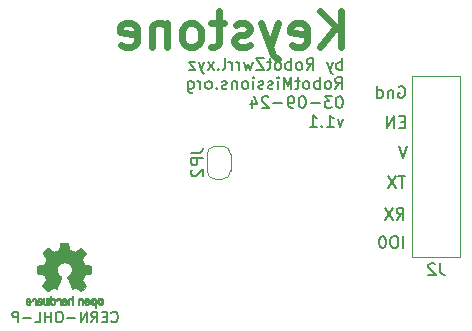
<source format=gbo>
G04 #@! TF.GenerationSoftware,KiCad,Pcbnew,8.0.1-rc1*
G04 #@! TF.CreationDate,2024-03-16T10:29:41-04:00*
G04 #@! TF.ProjectId,keystone-esp,6b657973-746f-46e6-952d-6573702e6b69,rev?*
G04 #@! TF.SameCoordinates,Original*
G04 #@! TF.FileFunction,Legend,Bot*
G04 #@! TF.FilePolarity,Positive*
%FSLAX46Y46*%
G04 Gerber Fmt 4.6, Leading zero omitted, Abs format (unit mm)*
G04 Created by KiCad (PCBNEW 8.0.1-rc1) date 2024-03-16 10:29:41*
%MOMM*%
%LPD*%
G01*
G04 APERTURE LIST*
%ADD10C,0.162500*%
%ADD11C,0.200000*%
%ADD12C,0.600000*%
%ADD13C,0.180000*%
%ADD14C,0.150000*%
%ADD15C,0.120000*%
%ADD16C,0.010000*%
G04 APERTURE END LIST*
D10*
X191569521Y-108671692D02*
X191612378Y-108714550D01*
X191612378Y-108714550D02*
X191740950Y-108757407D01*
X191740950Y-108757407D02*
X191826664Y-108757407D01*
X191826664Y-108757407D02*
X191955235Y-108714550D01*
X191955235Y-108714550D02*
X192040950Y-108628835D01*
X192040950Y-108628835D02*
X192083807Y-108543121D01*
X192083807Y-108543121D02*
X192126664Y-108371692D01*
X192126664Y-108371692D02*
X192126664Y-108243121D01*
X192126664Y-108243121D02*
X192083807Y-108071692D01*
X192083807Y-108071692D02*
X192040950Y-107985978D01*
X192040950Y-107985978D02*
X191955235Y-107900264D01*
X191955235Y-107900264D02*
X191826664Y-107857407D01*
X191826664Y-107857407D02*
X191740950Y-107857407D01*
X191740950Y-107857407D02*
X191612378Y-107900264D01*
X191612378Y-107900264D02*
X191569521Y-107943121D01*
X191183807Y-108285978D02*
X190883807Y-108285978D01*
X190755235Y-108757407D02*
X191183807Y-108757407D01*
X191183807Y-108757407D02*
X191183807Y-107857407D01*
X191183807Y-107857407D02*
X190755235Y-107857407D01*
X189855235Y-108757407D02*
X190155235Y-108328835D01*
X190369521Y-108757407D02*
X190369521Y-107857407D01*
X190369521Y-107857407D02*
X190026664Y-107857407D01*
X190026664Y-107857407D02*
X189940949Y-107900264D01*
X189940949Y-107900264D02*
X189898092Y-107943121D01*
X189898092Y-107943121D02*
X189855235Y-108028835D01*
X189855235Y-108028835D02*
X189855235Y-108157407D01*
X189855235Y-108157407D02*
X189898092Y-108243121D01*
X189898092Y-108243121D02*
X189940949Y-108285978D01*
X189940949Y-108285978D02*
X190026664Y-108328835D01*
X190026664Y-108328835D02*
X190369521Y-108328835D01*
X189469521Y-108757407D02*
X189469521Y-107857407D01*
X189469521Y-107857407D02*
X188955235Y-108757407D01*
X188955235Y-108757407D02*
X188955235Y-107857407D01*
X188526664Y-108414550D02*
X187840950Y-108414550D01*
X187240949Y-107857407D02*
X187069521Y-107857407D01*
X187069521Y-107857407D02*
X186983806Y-107900264D01*
X186983806Y-107900264D02*
X186898092Y-107985978D01*
X186898092Y-107985978D02*
X186855235Y-108157407D01*
X186855235Y-108157407D02*
X186855235Y-108457407D01*
X186855235Y-108457407D02*
X186898092Y-108628835D01*
X186898092Y-108628835D02*
X186983806Y-108714550D01*
X186983806Y-108714550D02*
X187069521Y-108757407D01*
X187069521Y-108757407D02*
X187240949Y-108757407D01*
X187240949Y-108757407D02*
X187326664Y-108714550D01*
X187326664Y-108714550D02*
X187412378Y-108628835D01*
X187412378Y-108628835D02*
X187455235Y-108457407D01*
X187455235Y-108457407D02*
X187455235Y-108157407D01*
X187455235Y-108157407D02*
X187412378Y-107985978D01*
X187412378Y-107985978D02*
X187326664Y-107900264D01*
X187326664Y-107900264D02*
X187240949Y-107857407D01*
X186469521Y-108757407D02*
X186469521Y-107857407D01*
X186469521Y-108285978D02*
X185955235Y-108285978D01*
X185955235Y-108757407D02*
X185955235Y-107857407D01*
X185098092Y-108757407D02*
X185526664Y-108757407D01*
X185526664Y-108757407D02*
X185526664Y-107857407D01*
X184798093Y-108414550D02*
X184112379Y-108414550D01*
X183683807Y-108757407D02*
X183683807Y-107857407D01*
X183683807Y-107857407D02*
X183340950Y-107857407D01*
X183340950Y-107857407D02*
X183255235Y-107900264D01*
X183255235Y-107900264D02*
X183212378Y-107943121D01*
X183212378Y-107943121D02*
X183169521Y-108028835D01*
X183169521Y-108028835D02*
X183169521Y-108157407D01*
X183169521Y-108157407D02*
X183212378Y-108243121D01*
X183212378Y-108243121D02*
X183255235Y-108285978D01*
X183255235Y-108285978D02*
X183340950Y-108328835D01*
X183340950Y-108328835D02*
X183683807Y-108328835D01*
D11*
X216562183Y-93863219D02*
X216228850Y-94863219D01*
X216228850Y-94863219D02*
X215895517Y-93863219D01*
X215720898Y-100070219D02*
X216054231Y-99594028D01*
X216292326Y-100070219D02*
X216292326Y-99070219D01*
X216292326Y-99070219D02*
X215911374Y-99070219D01*
X215911374Y-99070219D02*
X215816136Y-99117838D01*
X215816136Y-99117838D02*
X215768517Y-99165457D01*
X215768517Y-99165457D02*
X215720898Y-99260695D01*
X215720898Y-99260695D02*
X215720898Y-99403552D01*
X215720898Y-99403552D02*
X215768517Y-99498790D01*
X215768517Y-99498790D02*
X215816136Y-99546409D01*
X215816136Y-99546409D02*
X215911374Y-99594028D01*
X215911374Y-99594028D02*
X216292326Y-99594028D01*
X215387564Y-99070219D02*
X214720898Y-100070219D01*
X214720898Y-99070219D02*
X215387564Y-100070219D01*
X216292326Y-102483219D02*
X216292326Y-101483219D01*
X215625660Y-101483219D02*
X215435184Y-101483219D01*
X215435184Y-101483219D02*
X215339946Y-101530838D01*
X215339946Y-101530838D02*
X215244708Y-101626076D01*
X215244708Y-101626076D02*
X215197089Y-101816552D01*
X215197089Y-101816552D02*
X215197089Y-102149885D01*
X215197089Y-102149885D02*
X215244708Y-102340361D01*
X215244708Y-102340361D02*
X215339946Y-102435600D01*
X215339946Y-102435600D02*
X215435184Y-102483219D01*
X215435184Y-102483219D02*
X215625660Y-102483219D01*
X215625660Y-102483219D02*
X215720898Y-102435600D01*
X215720898Y-102435600D02*
X215816136Y-102340361D01*
X215816136Y-102340361D02*
X215863755Y-102149885D01*
X215863755Y-102149885D02*
X215863755Y-101816552D01*
X215863755Y-101816552D02*
X215816136Y-101626076D01*
X215816136Y-101626076D02*
X215720898Y-101530838D01*
X215720898Y-101530838D02*
X215625660Y-101483219D01*
X214578041Y-101483219D02*
X214482803Y-101483219D01*
X214482803Y-101483219D02*
X214387565Y-101530838D01*
X214387565Y-101530838D02*
X214339946Y-101578457D01*
X214339946Y-101578457D02*
X214292327Y-101673695D01*
X214292327Y-101673695D02*
X214244708Y-101864171D01*
X214244708Y-101864171D02*
X214244708Y-102102266D01*
X214244708Y-102102266D02*
X214292327Y-102292742D01*
X214292327Y-102292742D02*
X214339946Y-102387980D01*
X214339946Y-102387980D02*
X214387565Y-102435600D01*
X214387565Y-102435600D02*
X214482803Y-102483219D01*
X214482803Y-102483219D02*
X214578041Y-102483219D01*
X214578041Y-102483219D02*
X214673279Y-102435600D01*
X214673279Y-102435600D02*
X214720898Y-102387980D01*
X214720898Y-102387980D02*
X214768517Y-102292742D01*
X214768517Y-102292742D02*
X214816136Y-102102266D01*
X214816136Y-102102266D02*
X214816136Y-101864171D01*
X214816136Y-101864171D02*
X214768517Y-101673695D01*
X214768517Y-101673695D02*
X214720898Y-101578457D01*
X214720898Y-101578457D02*
X214673279Y-101530838D01*
X214673279Y-101530838D02*
X214578041Y-101483219D01*
X216419326Y-91799409D02*
X216085993Y-91799409D01*
X215943136Y-92323219D02*
X216419326Y-92323219D01*
X216419326Y-92323219D02*
X216419326Y-91323219D01*
X216419326Y-91323219D02*
X215943136Y-91323219D01*
X215514564Y-92323219D02*
X215514564Y-91323219D01*
X215514564Y-91323219D02*
X214943136Y-92323219D01*
X214943136Y-92323219D02*
X214943136Y-91323219D01*
D12*
X210980978Y-85453657D02*
X210980978Y-82453657D01*
X209266692Y-85453657D02*
X210552406Y-83739371D01*
X209266692Y-82453657D02*
X210980978Y-84167942D01*
X206838121Y-85310800D02*
X207123835Y-85453657D01*
X207123835Y-85453657D02*
X207695264Y-85453657D01*
X207695264Y-85453657D02*
X207980978Y-85310800D01*
X207980978Y-85310800D02*
X208123835Y-85025085D01*
X208123835Y-85025085D02*
X208123835Y-83882228D01*
X208123835Y-83882228D02*
X207980978Y-83596514D01*
X207980978Y-83596514D02*
X207695264Y-83453657D01*
X207695264Y-83453657D02*
X207123835Y-83453657D01*
X207123835Y-83453657D02*
X206838121Y-83596514D01*
X206838121Y-83596514D02*
X206695264Y-83882228D01*
X206695264Y-83882228D02*
X206695264Y-84167942D01*
X206695264Y-84167942D02*
X208123835Y-84453657D01*
X205695263Y-83453657D02*
X204980977Y-85453657D01*
X204266692Y-83453657D02*
X204980977Y-85453657D01*
X204980977Y-85453657D02*
X205266692Y-86167942D01*
X205266692Y-86167942D02*
X205409549Y-86310800D01*
X205409549Y-86310800D02*
X205695263Y-86453657D01*
X203266692Y-85310800D02*
X202980978Y-85453657D01*
X202980978Y-85453657D02*
X202409549Y-85453657D01*
X202409549Y-85453657D02*
X202123835Y-85310800D01*
X202123835Y-85310800D02*
X201980978Y-85025085D01*
X201980978Y-85025085D02*
X201980978Y-84882228D01*
X201980978Y-84882228D02*
X202123835Y-84596514D01*
X202123835Y-84596514D02*
X202409549Y-84453657D01*
X202409549Y-84453657D02*
X202838121Y-84453657D01*
X202838121Y-84453657D02*
X203123835Y-84310800D01*
X203123835Y-84310800D02*
X203266692Y-84025085D01*
X203266692Y-84025085D02*
X203266692Y-83882228D01*
X203266692Y-83882228D02*
X203123835Y-83596514D01*
X203123835Y-83596514D02*
X202838121Y-83453657D01*
X202838121Y-83453657D02*
X202409549Y-83453657D01*
X202409549Y-83453657D02*
X202123835Y-83596514D01*
X201123835Y-83453657D02*
X199980978Y-83453657D01*
X200695264Y-82453657D02*
X200695264Y-85025085D01*
X200695264Y-85025085D02*
X200552407Y-85310800D01*
X200552407Y-85310800D02*
X200266692Y-85453657D01*
X200266692Y-85453657D02*
X199980978Y-85453657D01*
X198552406Y-85453657D02*
X198838121Y-85310800D01*
X198838121Y-85310800D02*
X198980978Y-85167942D01*
X198980978Y-85167942D02*
X199123835Y-84882228D01*
X199123835Y-84882228D02*
X199123835Y-84025085D01*
X199123835Y-84025085D02*
X198980978Y-83739371D01*
X198980978Y-83739371D02*
X198838121Y-83596514D01*
X198838121Y-83596514D02*
X198552406Y-83453657D01*
X198552406Y-83453657D02*
X198123835Y-83453657D01*
X198123835Y-83453657D02*
X197838121Y-83596514D01*
X197838121Y-83596514D02*
X197695264Y-83739371D01*
X197695264Y-83739371D02*
X197552406Y-84025085D01*
X197552406Y-84025085D02*
X197552406Y-84882228D01*
X197552406Y-84882228D02*
X197695264Y-85167942D01*
X197695264Y-85167942D02*
X197838121Y-85310800D01*
X197838121Y-85310800D02*
X198123835Y-85453657D01*
X198123835Y-85453657D02*
X198552406Y-85453657D01*
X196266692Y-83453657D02*
X196266692Y-85453657D01*
X196266692Y-83739371D02*
X196123835Y-83596514D01*
X196123835Y-83596514D02*
X195838120Y-83453657D01*
X195838120Y-83453657D02*
X195409549Y-83453657D01*
X195409549Y-83453657D02*
X195123835Y-83596514D01*
X195123835Y-83596514D02*
X194980978Y-83882228D01*
X194980978Y-83882228D02*
X194980978Y-85453657D01*
X192409549Y-85310800D02*
X192695263Y-85453657D01*
X192695263Y-85453657D02*
X193266692Y-85453657D01*
X193266692Y-85453657D02*
X193552406Y-85310800D01*
X193552406Y-85310800D02*
X193695263Y-85025085D01*
X193695263Y-85025085D02*
X193695263Y-83882228D01*
X193695263Y-83882228D02*
X193552406Y-83596514D01*
X193552406Y-83596514D02*
X193266692Y-83453657D01*
X193266692Y-83453657D02*
X192695263Y-83453657D01*
X192695263Y-83453657D02*
X192409549Y-83596514D01*
X192409549Y-83596514D02*
X192266692Y-83882228D01*
X192266692Y-83882228D02*
X192266692Y-84167942D01*
X192266692Y-84167942D02*
X193695263Y-84453657D01*
D11*
X216435183Y-96403219D02*
X215863755Y-96403219D01*
X216149469Y-97403219D02*
X216149469Y-96403219D01*
X215625659Y-96403219D02*
X214958993Y-97403219D01*
X214958993Y-96403219D02*
X215625659Y-97403219D01*
D13*
X211098483Y-87398259D02*
X211098483Y-86398259D01*
X211098483Y-86779211D02*
X211003245Y-86731592D01*
X211003245Y-86731592D02*
X210812769Y-86731592D01*
X210812769Y-86731592D02*
X210717531Y-86779211D01*
X210717531Y-86779211D02*
X210669912Y-86826830D01*
X210669912Y-86826830D02*
X210622293Y-86922068D01*
X210622293Y-86922068D02*
X210622293Y-87207782D01*
X210622293Y-87207782D02*
X210669912Y-87303020D01*
X210669912Y-87303020D02*
X210717531Y-87350640D01*
X210717531Y-87350640D02*
X210812769Y-87398259D01*
X210812769Y-87398259D02*
X211003245Y-87398259D01*
X211003245Y-87398259D02*
X211098483Y-87350640D01*
X210288959Y-86731592D02*
X210050864Y-87398259D01*
X209812769Y-86731592D02*
X210050864Y-87398259D01*
X210050864Y-87398259D02*
X210146102Y-87636354D01*
X210146102Y-87636354D02*
X210193721Y-87683973D01*
X210193721Y-87683973D02*
X210288959Y-87731592D01*
X208098483Y-87398259D02*
X208431816Y-86922068D01*
X208669911Y-87398259D02*
X208669911Y-86398259D01*
X208669911Y-86398259D02*
X208288959Y-86398259D01*
X208288959Y-86398259D02*
X208193721Y-86445878D01*
X208193721Y-86445878D02*
X208146102Y-86493497D01*
X208146102Y-86493497D02*
X208098483Y-86588735D01*
X208098483Y-86588735D02*
X208098483Y-86731592D01*
X208098483Y-86731592D02*
X208146102Y-86826830D01*
X208146102Y-86826830D02*
X208193721Y-86874449D01*
X208193721Y-86874449D02*
X208288959Y-86922068D01*
X208288959Y-86922068D02*
X208669911Y-86922068D01*
X207527054Y-87398259D02*
X207622292Y-87350640D01*
X207622292Y-87350640D02*
X207669911Y-87303020D01*
X207669911Y-87303020D02*
X207717530Y-87207782D01*
X207717530Y-87207782D02*
X207717530Y-86922068D01*
X207717530Y-86922068D02*
X207669911Y-86826830D01*
X207669911Y-86826830D02*
X207622292Y-86779211D01*
X207622292Y-86779211D02*
X207527054Y-86731592D01*
X207527054Y-86731592D02*
X207384197Y-86731592D01*
X207384197Y-86731592D02*
X207288959Y-86779211D01*
X207288959Y-86779211D02*
X207241340Y-86826830D01*
X207241340Y-86826830D02*
X207193721Y-86922068D01*
X207193721Y-86922068D02*
X207193721Y-87207782D01*
X207193721Y-87207782D02*
X207241340Y-87303020D01*
X207241340Y-87303020D02*
X207288959Y-87350640D01*
X207288959Y-87350640D02*
X207384197Y-87398259D01*
X207384197Y-87398259D02*
X207527054Y-87398259D01*
X206765149Y-87398259D02*
X206765149Y-86398259D01*
X206765149Y-86779211D02*
X206669911Y-86731592D01*
X206669911Y-86731592D02*
X206479435Y-86731592D01*
X206479435Y-86731592D02*
X206384197Y-86779211D01*
X206384197Y-86779211D02*
X206336578Y-86826830D01*
X206336578Y-86826830D02*
X206288959Y-86922068D01*
X206288959Y-86922068D02*
X206288959Y-87207782D01*
X206288959Y-87207782D02*
X206336578Y-87303020D01*
X206336578Y-87303020D02*
X206384197Y-87350640D01*
X206384197Y-87350640D02*
X206479435Y-87398259D01*
X206479435Y-87398259D02*
X206669911Y-87398259D01*
X206669911Y-87398259D02*
X206765149Y-87350640D01*
X205717530Y-87398259D02*
X205812768Y-87350640D01*
X205812768Y-87350640D02*
X205860387Y-87303020D01*
X205860387Y-87303020D02*
X205908006Y-87207782D01*
X205908006Y-87207782D02*
X205908006Y-86922068D01*
X205908006Y-86922068D02*
X205860387Y-86826830D01*
X205860387Y-86826830D02*
X205812768Y-86779211D01*
X205812768Y-86779211D02*
X205717530Y-86731592D01*
X205717530Y-86731592D02*
X205574673Y-86731592D01*
X205574673Y-86731592D02*
X205479435Y-86779211D01*
X205479435Y-86779211D02*
X205431816Y-86826830D01*
X205431816Y-86826830D02*
X205384197Y-86922068D01*
X205384197Y-86922068D02*
X205384197Y-87207782D01*
X205384197Y-87207782D02*
X205431816Y-87303020D01*
X205431816Y-87303020D02*
X205479435Y-87350640D01*
X205479435Y-87350640D02*
X205574673Y-87398259D01*
X205574673Y-87398259D02*
X205717530Y-87398259D01*
X205098482Y-86731592D02*
X204717530Y-86731592D01*
X204955625Y-86398259D02*
X204955625Y-87255401D01*
X204955625Y-87255401D02*
X204908006Y-87350640D01*
X204908006Y-87350640D02*
X204812768Y-87398259D01*
X204812768Y-87398259D02*
X204717530Y-87398259D01*
X204479434Y-86398259D02*
X203812768Y-86398259D01*
X203812768Y-86398259D02*
X204479434Y-87398259D01*
X204479434Y-87398259D02*
X203812768Y-87398259D01*
X203527053Y-86731592D02*
X203336577Y-87398259D01*
X203336577Y-87398259D02*
X203146101Y-86922068D01*
X203146101Y-86922068D02*
X202955625Y-87398259D01*
X202955625Y-87398259D02*
X202765149Y-86731592D01*
X202384196Y-87398259D02*
X202384196Y-86731592D01*
X202384196Y-86922068D02*
X202336577Y-86826830D01*
X202336577Y-86826830D02*
X202288958Y-86779211D01*
X202288958Y-86779211D02*
X202193720Y-86731592D01*
X202193720Y-86731592D02*
X202098482Y-86731592D01*
X201765148Y-87398259D02*
X201765148Y-86731592D01*
X201765148Y-86922068D02*
X201717529Y-86826830D01*
X201717529Y-86826830D02*
X201669910Y-86779211D01*
X201669910Y-86779211D02*
X201574672Y-86731592D01*
X201574672Y-86731592D02*
X201479434Y-86731592D01*
X201003243Y-87398259D02*
X201098481Y-87350640D01*
X201098481Y-87350640D02*
X201146100Y-87255401D01*
X201146100Y-87255401D02*
X201146100Y-86398259D01*
X200622290Y-87303020D02*
X200574671Y-87350640D01*
X200574671Y-87350640D02*
X200622290Y-87398259D01*
X200622290Y-87398259D02*
X200669909Y-87350640D01*
X200669909Y-87350640D02*
X200622290Y-87303020D01*
X200622290Y-87303020D02*
X200622290Y-87398259D01*
X200241338Y-87398259D02*
X199717529Y-86731592D01*
X200241338Y-86731592D02*
X199717529Y-87398259D01*
X199431814Y-86731592D02*
X199193719Y-87398259D01*
X198955624Y-86731592D02*
X199193719Y-87398259D01*
X199193719Y-87398259D02*
X199288957Y-87636354D01*
X199288957Y-87636354D02*
X199336576Y-87683973D01*
X199336576Y-87683973D02*
X199431814Y-87731592D01*
X198669909Y-86731592D02*
X198146100Y-86731592D01*
X198146100Y-86731592D02*
X198669909Y-87398259D01*
X198669909Y-87398259D02*
X198146100Y-87398259D01*
X210527055Y-89008203D02*
X210860388Y-88532012D01*
X211098483Y-89008203D02*
X211098483Y-88008203D01*
X211098483Y-88008203D02*
X210717531Y-88008203D01*
X210717531Y-88008203D02*
X210622293Y-88055822D01*
X210622293Y-88055822D02*
X210574674Y-88103441D01*
X210574674Y-88103441D02*
X210527055Y-88198679D01*
X210527055Y-88198679D02*
X210527055Y-88341536D01*
X210527055Y-88341536D02*
X210574674Y-88436774D01*
X210574674Y-88436774D02*
X210622293Y-88484393D01*
X210622293Y-88484393D02*
X210717531Y-88532012D01*
X210717531Y-88532012D02*
X211098483Y-88532012D01*
X209955626Y-89008203D02*
X210050864Y-88960584D01*
X210050864Y-88960584D02*
X210098483Y-88912964D01*
X210098483Y-88912964D02*
X210146102Y-88817726D01*
X210146102Y-88817726D02*
X210146102Y-88532012D01*
X210146102Y-88532012D02*
X210098483Y-88436774D01*
X210098483Y-88436774D02*
X210050864Y-88389155D01*
X210050864Y-88389155D02*
X209955626Y-88341536D01*
X209955626Y-88341536D02*
X209812769Y-88341536D01*
X209812769Y-88341536D02*
X209717531Y-88389155D01*
X209717531Y-88389155D02*
X209669912Y-88436774D01*
X209669912Y-88436774D02*
X209622293Y-88532012D01*
X209622293Y-88532012D02*
X209622293Y-88817726D01*
X209622293Y-88817726D02*
X209669912Y-88912964D01*
X209669912Y-88912964D02*
X209717531Y-88960584D01*
X209717531Y-88960584D02*
X209812769Y-89008203D01*
X209812769Y-89008203D02*
X209955626Y-89008203D01*
X209193721Y-89008203D02*
X209193721Y-88008203D01*
X209193721Y-88389155D02*
X209098483Y-88341536D01*
X209098483Y-88341536D02*
X208908007Y-88341536D01*
X208908007Y-88341536D02*
X208812769Y-88389155D01*
X208812769Y-88389155D02*
X208765150Y-88436774D01*
X208765150Y-88436774D02*
X208717531Y-88532012D01*
X208717531Y-88532012D02*
X208717531Y-88817726D01*
X208717531Y-88817726D02*
X208765150Y-88912964D01*
X208765150Y-88912964D02*
X208812769Y-88960584D01*
X208812769Y-88960584D02*
X208908007Y-89008203D01*
X208908007Y-89008203D02*
X209098483Y-89008203D01*
X209098483Y-89008203D02*
X209193721Y-88960584D01*
X208146102Y-89008203D02*
X208241340Y-88960584D01*
X208241340Y-88960584D02*
X208288959Y-88912964D01*
X208288959Y-88912964D02*
X208336578Y-88817726D01*
X208336578Y-88817726D02*
X208336578Y-88532012D01*
X208336578Y-88532012D02*
X208288959Y-88436774D01*
X208288959Y-88436774D02*
X208241340Y-88389155D01*
X208241340Y-88389155D02*
X208146102Y-88341536D01*
X208146102Y-88341536D02*
X208003245Y-88341536D01*
X208003245Y-88341536D02*
X207908007Y-88389155D01*
X207908007Y-88389155D02*
X207860388Y-88436774D01*
X207860388Y-88436774D02*
X207812769Y-88532012D01*
X207812769Y-88532012D02*
X207812769Y-88817726D01*
X207812769Y-88817726D02*
X207860388Y-88912964D01*
X207860388Y-88912964D02*
X207908007Y-88960584D01*
X207908007Y-88960584D02*
X208003245Y-89008203D01*
X208003245Y-89008203D02*
X208146102Y-89008203D01*
X207527054Y-88341536D02*
X207146102Y-88341536D01*
X207384197Y-88008203D02*
X207384197Y-88865345D01*
X207384197Y-88865345D02*
X207336578Y-88960584D01*
X207336578Y-88960584D02*
X207241340Y-89008203D01*
X207241340Y-89008203D02*
X207146102Y-89008203D01*
X206812768Y-89008203D02*
X206812768Y-88008203D01*
X206812768Y-88008203D02*
X206479435Y-88722488D01*
X206479435Y-88722488D02*
X206146102Y-88008203D01*
X206146102Y-88008203D02*
X206146102Y-89008203D01*
X205669911Y-89008203D02*
X205669911Y-88341536D01*
X205669911Y-88008203D02*
X205717530Y-88055822D01*
X205717530Y-88055822D02*
X205669911Y-88103441D01*
X205669911Y-88103441D02*
X205622292Y-88055822D01*
X205622292Y-88055822D02*
X205669911Y-88008203D01*
X205669911Y-88008203D02*
X205669911Y-88103441D01*
X205241340Y-88960584D02*
X205146102Y-89008203D01*
X205146102Y-89008203D02*
X204955626Y-89008203D01*
X204955626Y-89008203D02*
X204860388Y-88960584D01*
X204860388Y-88960584D02*
X204812769Y-88865345D01*
X204812769Y-88865345D02*
X204812769Y-88817726D01*
X204812769Y-88817726D02*
X204860388Y-88722488D01*
X204860388Y-88722488D02*
X204955626Y-88674869D01*
X204955626Y-88674869D02*
X205098483Y-88674869D01*
X205098483Y-88674869D02*
X205193721Y-88627250D01*
X205193721Y-88627250D02*
X205241340Y-88532012D01*
X205241340Y-88532012D02*
X205241340Y-88484393D01*
X205241340Y-88484393D02*
X205193721Y-88389155D01*
X205193721Y-88389155D02*
X205098483Y-88341536D01*
X205098483Y-88341536D02*
X204955626Y-88341536D01*
X204955626Y-88341536D02*
X204860388Y-88389155D01*
X204431816Y-88960584D02*
X204336578Y-89008203D01*
X204336578Y-89008203D02*
X204146102Y-89008203D01*
X204146102Y-89008203D02*
X204050864Y-88960584D01*
X204050864Y-88960584D02*
X204003245Y-88865345D01*
X204003245Y-88865345D02*
X204003245Y-88817726D01*
X204003245Y-88817726D02*
X204050864Y-88722488D01*
X204050864Y-88722488D02*
X204146102Y-88674869D01*
X204146102Y-88674869D02*
X204288959Y-88674869D01*
X204288959Y-88674869D02*
X204384197Y-88627250D01*
X204384197Y-88627250D02*
X204431816Y-88532012D01*
X204431816Y-88532012D02*
X204431816Y-88484393D01*
X204431816Y-88484393D02*
X204384197Y-88389155D01*
X204384197Y-88389155D02*
X204288959Y-88341536D01*
X204288959Y-88341536D02*
X204146102Y-88341536D01*
X204146102Y-88341536D02*
X204050864Y-88389155D01*
X203574673Y-89008203D02*
X203574673Y-88341536D01*
X203574673Y-88008203D02*
X203622292Y-88055822D01*
X203622292Y-88055822D02*
X203574673Y-88103441D01*
X203574673Y-88103441D02*
X203527054Y-88055822D01*
X203527054Y-88055822D02*
X203574673Y-88008203D01*
X203574673Y-88008203D02*
X203574673Y-88103441D01*
X202955626Y-89008203D02*
X203050864Y-88960584D01*
X203050864Y-88960584D02*
X203098483Y-88912964D01*
X203098483Y-88912964D02*
X203146102Y-88817726D01*
X203146102Y-88817726D02*
X203146102Y-88532012D01*
X203146102Y-88532012D02*
X203098483Y-88436774D01*
X203098483Y-88436774D02*
X203050864Y-88389155D01*
X203050864Y-88389155D02*
X202955626Y-88341536D01*
X202955626Y-88341536D02*
X202812769Y-88341536D01*
X202812769Y-88341536D02*
X202717531Y-88389155D01*
X202717531Y-88389155D02*
X202669912Y-88436774D01*
X202669912Y-88436774D02*
X202622293Y-88532012D01*
X202622293Y-88532012D02*
X202622293Y-88817726D01*
X202622293Y-88817726D02*
X202669912Y-88912964D01*
X202669912Y-88912964D02*
X202717531Y-88960584D01*
X202717531Y-88960584D02*
X202812769Y-89008203D01*
X202812769Y-89008203D02*
X202955626Y-89008203D01*
X202193721Y-88341536D02*
X202193721Y-89008203D01*
X202193721Y-88436774D02*
X202146102Y-88389155D01*
X202146102Y-88389155D02*
X202050864Y-88341536D01*
X202050864Y-88341536D02*
X201908007Y-88341536D01*
X201908007Y-88341536D02*
X201812769Y-88389155D01*
X201812769Y-88389155D02*
X201765150Y-88484393D01*
X201765150Y-88484393D02*
X201765150Y-89008203D01*
X201336578Y-88960584D02*
X201241340Y-89008203D01*
X201241340Y-89008203D02*
X201050864Y-89008203D01*
X201050864Y-89008203D02*
X200955626Y-88960584D01*
X200955626Y-88960584D02*
X200908007Y-88865345D01*
X200908007Y-88865345D02*
X200908007Y-88817726D01*
X200908007Y-88817726D02*
X200955626Y-88722488D01*
X200955626Y-88722488D02*
X201050864Y-88674869D01*
X201050864Y-88674869D02*
X201193721Y-88674869D01*
X201193721Y-88674869D02*
X201288959Y-88627250D01*
X201288959Y-88627250D02*
X201336578Y-88532012D01*
X201336578Y-88532012D02*
X201336578Y-88484393D01*
X201336578Y-88484393D02*
X201288959Y-88389155D01*
X201288959Y-88389155D02*
X201193721Y-88341536D01*
X201193721Y-88341536D02*
X201050864Y-88341536D01*
X201050864Y-88341536D02*
X200955626Y-88389155D01*
X200479435Y-88912964D02*
X200431816Y-88960584D01*
X200431816Y-88960584D02*
X200479435Y-89008203D01*
X200479435Y-89008203D02*
X200527054Y-88960584D01*
X200527054Y-88960584D02*
X200479435Y-88912964D01*
X200479435Y-88912964D02*
X200479435Y-89008203D01*
X199860388Y-89008203D02*
X199955626Y-88960584D01*
X199955626Y-88960584D02*
X200003245Y-88912964D01*
X200003245Y-88912964D02*
X200050864Y-88817726D01*
X200050864Y-88817726D02*
X200050864Y-88532012D01*
X200050864Y-88532012D02*
X200003245Y-88436774D01*
X200003245Y-88436774D02*
X199955626Y-88389155D01*
X199955626Y-88389155D02*
X199860388Y-88341536D01*
X199860388Y-88341536D02*
X199717531Y-88341536D01*
X199717531Y-88341536D02*
X199622293Y-88389155D01*
X199622293Y-88389155D02*
X199574674Y-88436774D01*
X199574674Y-88436774D02*
X199527055Y-88532012D01*
X199527055Y-88532012D02*
X199527055Y-88817726D01*
X199527055Y-88817726D02*
X199574674Y-88912964D01*
X199574674Y-88912964D02*
X199622293Y-88960584D01*
X199622293Y-88960584D02*
X199717531Y-89008203D01*
X199717531Y-89008203D02*
X199860388Y-89008203D01*
X199098483Y-89008203D02*
X199098483Y-88341536D01*
X199098483Y-88532012D02*
X199050864Y-88436774D01*
X199050864Y-88436774D02*
X199003245Y-88389155D01*
X199003245Y-88389155D02*
X198908007Y-88341536D01*
X198908007Y-88341536D02*
X198812769Y-88341536D01*
X198050864Y-88341536D02*
X198050864Y-89151060D01*
X198050864Y-89151060D02*
X198098483Y-89246298D01*
X198098483Y-89246298D02*
X198146102Y-89293917D01*
X198146102Y-89293917D02*
X198241340Y-89341536D01*
X198241340Y-89341536D02*
X198384197Y-89341536D01*
X198384197Y-89341536D02*
X198479435Y-89293917D01*
X198050864Y-88960584D02*
X198146102Y-89008203D01*
X198146102Y-89008203D02*
X198336578Y-89008203D01*
X198336578Y-89008203D02*
X198431816Y-88960584D01*
X198431816Y-88960584D02*
X198479435Y-88912964D01*
X198479435Y-88912964D02*
X198527054Y-88817726D01*
X198527054Y-88817726D02*
X198527054Y-88532012D01*
X198527054Y-88532012D02*
X198479435Y-88436774D01*
X198479435Y-88436774D02*
X198431816Y-88389155D01*
X198431816Y-88389155D02*
X198336578Y-88341536D01*
X198336578Y-88341536D02*
X198146102Y-88341536D01*
X198146102Y-88341536D02*
X198050864Y-88389155D01*
X210908007Y-89618147D02*
X210812769Y-89618147D01*
X210812769Y-89618147D02*
X210717531Y-89665766D01*
X210717531Y-89665766D02*
X210669912Y-89713385D01*
X210669912Y-89713385D02*
X210622293Y-89808623D01*
X210622293Y-89808623D02*
X210574674Y-89999099D01*
X210574674Y-89999099D02*
X210574674Y-90237194D01*
X210574674Y-90237194D02*
X210622293Y-90427670D01*
X210622293Y-90427670D02*
X210669912Y-90522908D01*
X210669912Y-90522908D02*
X210717531Y-90570528D01*
X210717531Y-90570528D02*
X210812769Y-90618147D01*
X210812769Y-90618147D02*
X210908007Y-90618147D01*
X210908007Y-90618147D02*
X211003245Y-90570528D01*
X211003245Y-90570528D02*
X211050864Y-90522908D01*
X211050864Y-90522908D02*
X211098483Y-90427670D01*
X211098483Y-90427670D02*
X211146102Y-90237194D01*
X211146102Y-90237194D02*
X211146102Y-89999099D01*
X211146102Y-89999099D02*
X211098483Y-89808623D01*
X211098483Y-89808623D02*
X211050864Y-89713385D01*
X211050864Y-89713385D02*
X211003245Y-89665766D01*
X211003245Y-89665766D02*
X210908007Y-89618147D01*
X210241340Y-89618147D02*
X209622293Y-89618147D01*
X209622293Y-89618147D02*
X209955626Y-89999099D01*
X209955626Y-89999099D02*
X209812769Y-89999099D01*
X209812769Y-89999099D02*
X209717531Y-90046718D01*
X209717531Y-90046718D02*
X209669912Y-90094337D01*
X209669912Y-90094337D02*
X209622293Y-90189575D01*
X209622293Y-90189575D02*
X209622293Y-90427670D01*
X209622293Y-90427670D02*
X209669912Y-90522908D01*
X209669912Y-90522908D02*
X209717531Y-90570528D01*
X209717531Y-90570528D02*
X209812769Y-90618147D01*
X209812769Y-90618147D02*
X210098483Y-90618147D01*
X210098483Y-90618147D02*
X210193721Y-90570528D01*
X210193721Y-90570528D02*
X210241340Y-90522908D01*
X209193721Y-90237194D02*
X208431817Y-90237194D01*
X207765150Y-89618147D02*
X207669912Y-89618147D01*
X207669912Y-89618147D02*
X207574674Y-89665766D01*
X207574674Y-89665766D02*
X207527055Y-89713385D01*
X207527055Y-89713385D02*
X207479436Y-89808623D01*
X207479436Y-89808623D02*
X207431817Y-89999099D01*
X207431817Y-89999099D02*
X207431817Y-90237194D01*
X207431817Y-90237194D02*
X207479436Y-90427670D01*
X207479436Y-90427670D02*
X207527055Y-90522908D01*
X207527055Y-90522908D02*
X207574674Y-90570528D01*
X207574674Y-90570528D02*
X207669912Y-90618147D01*
X207669912Y-90618147D02*
X207765150Y-90618147D01*
X207765150Y-90618147D02*
X207860388Y-90570528D01*
X207860388Y-90570528D02*
X207908007Y-90522908D01*
X207908007Y-90522908D02*
X207955626Y-90427670D01*
X207955626Y-90427670D02*
X208003245Y-90237194D01*
X208003245Y-90237194D02*
X208003245Y-89999099D01*
X208003245Y-89999099D02*
X207955626Y-89808623D01*
X207955626Y-89808623D02*
X207908007Y-89713385D01*
X207908007Y-89713385D02*
X207860388Y-89665766D01*
X207860388Y-89665766D02*
X207765150Y-89618147D01*
X206955626Y-90618147D02*
X206765150Y-90618147D01*
X206765150Y-90618147D02*
X206669912Y-90570528D01*
X206669912Y-90570528D02*
X206622293Y-90522908D01*
X206622293Y-90522908D02*
X206527055Y-90380051D01*
X206527055Y-90380051D02*
X206479436Y-90189575D01*
X206479436Y-90189575D02*
X206479436Y-89808623D01*
X206479436Y-89808623D02*
X206527055Y-89713385D01*
X206527055Y-89713385D02*
X206574674Y-89665766D01*
X206574674Y-89665766D02*
X206669912Y-89618147D01*
X206669912Y-89618147D02*
X206860388Y-89618147D01*
X206860388Y-89618147D02*
X206955626Y-89665766D01*
X206955626Y-89665766D02*
X207003245Y-89713385D01*
X207003245Y-89713385D02*
X207050864Y-89808623D01*
X207050864Y-89808623D02*
X207050864Y-90046718D01*
X207050864Y-90046718D02*
X207003245Y-90141956D01*
X207003245Y-90141956D02*
X206955626Y-90189575D01*
X206955626Y-90189575D02*
X206860388Y-90237194D01*
X206860388Y-90237194D02*
X206669912Y-90237194D01*
X206669912Y-90237194D02*
X206574674Y-90189575D01*
X206574674Y-90189575D02*
X206527055Y-90141956D01*
X206527055Y-90141956D02*
X206479436Y-90046718D01*
X206050864Y-90237194D02*
X205288960Y-90237194D01*
X204860388Y-89713385D02*
X204812769Y-89665766D01*
X204812769Y-89665766D02*
X204717531Y-89618147D01*
X204717531Y-89618147D02*
X204479436Y-89618147D01*
X204479436Y-89618147D02*
X204384198Y-89665766D01*
X204384198Y-89665766D02*
X204336579Y-89713385D01*
X204336579Y-89713385D02*
X204288960Y-89808623D01*
X204288960Y-89808623D02*
X204288960Y-89903861D01*
X204288960Y-89903861D02*
X204336579Y-90046718D01*
X204336579Y-90046718D02*
X204908007Y-90618147D01*
X204908007Y-90618147D02*
X204288960Y-90618147D01*
X203431817Y-89951480D02*
X203431817Y-90618147D01*
X203669912Y-89570528D02*
X203908007Y-90284813D01*
X203908007Y-90284813D02*
X203288960Y-90284813D01*
X211193721Y-91561424D02*
X210955626Y-92228091D01*
X210955626Y-92228091D02*
X210717531Y-91561424D01*
X209812769Y-92228091D02*
X210384197Y-92228091D01*
X210098483Y-92228091D02*
X210098483Y-91228091D01*
X210098483Y-91228091D02*
X210193721Y-91370948D01*
X210193721Y-91370948D02*
X210288959Y-91466186D01*
X210288959Y-91466186D02*
X210384197Y-91513805D01*
X209384197Y-92132852D02*
X209336578Y-92180472D01*
X209336578Y-92180472D02*
X209384197Y-92228091D01*
X209384197Y-92228091D02*
X209431816Y-92180472D01*
X209431816Y-92180472D02*
X209384197Y-92132852D01*
X209384197Y-92132852D02*
X209384197Y-92228091D01*
X208384198Y-92228091D02*
X208955626Y-92228091D01*
X208669912Y-92228091D02*
X208669912Y-91228091D01*
X208669912Y-91228091D02*
X208765150Y-91370948D01*
X208765150Y-91370948D02*
X208860388Y-91466186D01*
X208860388Y-91466186D02*
X208955626Y-91513805D01*
D11*
X215895517Y-88830838D02*
X215990755Y-88783219D01*
X215990755Y-88783219D02*
X216133612Y-88783219D01*
X216133612Y-88783219D02*
X216276469Y-88830838D01*
X216276469Y-88830838D02*
X216371707Y-88926076D01*
X216371707Y-88926076D02*
X216419326Y-89021314D01*
X216419326Y-89021314D02*
X216466945Y-89211790D01*
X216466945Y-89211790D02*
X216466945Y-89354647D01*
X216466945Y-89354647D02*
X216419326Y-89545123D01*
X216419326Y-89545123D02*
X216371707Y-89640361D01*
X216371707Y-89640361D02*
X216276469Y-89735600D01*
X216276469Y-89735600D02*
X216133612Y-89783219D01*
X216133612Y-89783219D02*
X216038374Y-89783219D01*
X216038374Y-89783219D02*
X215895517Y-89735600D01*
X215895517Y-89735600D02*
X215847898Y-89687980D01*
X215847898Y-89687980D02*
X215847898Y-89354647D01*
X215847898Y-89354647D02*
X216038374Y-89354647D01*
X215419326Y-89116552D02*
X215419326Y-89783219D01*
X215419326Y-89211790D02*
X215371707Y-89164171D01*
X215371707Y-89164171D02*
X215276469Y-89116552D01*
X215276469Y-89116552D02*
X215133612Y-89116552D01*
X215133612Y-89116552D02*
X215038374Y-89164171D01*
X215038374Y-89164171D02*
X214990755Y-89259409D01*
X214990755Y-89259409D02*
X214990755Y-89783219D01*
X214085993Y-89783219D02*
X214085993Y-88783219D01*
X214085993Y-89735600D02*
X214181231Y-89783219D01*
X214181231Y-89783219D02*
X214371707Y-89783219D01*
X214371707Y-89783219D02*
X214466945Y-89735600D01*
X214466945Y-89735600D02*
X214514564Y-89687980D01*
X214514564Y-89687980D02*
X214562183Y-89592742D01*
X214562183Y-89592742D02*
X214562183Y-89307028D01*
X214562183Y-89307028D02*
X214514564Y-89211790D01*
X214514564Y-89211790D02*
X214466945Y-89164171D01*
X214466945Y-89164171D02*
X214371707Y-89116552D01*
X214371707Y-89116552D02*
X214181231Y-89116552D01*
X214181231Y-89116552D02*
X214085993Y-89164171D01*
D14*
X219408333Y-103765819D02*
X219408333Y-104480104D01*
X219408333Y-104480104D02*
X219455952Y-104622961D01*
X219455952Y-104622961D02*
X219551190Y-104718200D01*
X219551190Y-104718200D02*
X219694047Y-104765819D01*
X219694047Y-104765819D02*
X219789285Y-104765819D01*
X218979761Y-103861057D02*
X218932142Y-103813438D01*
X218932142Y-103813438D02*
X218836904Y-103765819D01*
X218836904Y-103765819D02*
X218598809Y-103765819D01*
X218598809Y-103765819D02*
X218503571Y-103813438D01*
X218503571Y-103813438D02*
X218455952Y-103861057D01*
X218455952Y-103861057D02*
X218408333Y-103956295D01*
X218408333Y-103956295D02*
X218408333Y-104051533D01*
X218408333Y-104051533D02*
X218455952Y-104194390D01*
X218455952Y-104194390D02*
X219027380Y-104765819D01*
X219027380Y-104765819D02*
X218408333Y-104765819D01*
X198314819Y-94416666D02*
X199029104Y-94416666D01*
X199029104Y-94416666D02*
X199171961Y-94369047D01*
X199171961Y-94369047D02*
X199267200Y-94273809D01*
X199267200Y-94273809D02*
X199314819Y-94130952D01*
X199314819Y-94130952D02*
X199314819Y-94035714D01*
X199314819Y-94892857D02*
X198314819Y-94892857D01*
X198314819Y-94892857D02*
X198314819Y-95273809D01*
X198314819Y-95273809D02*
X198362438Y-95369047D01*
X198362438Y-95369047D02*
X198410057Y-95416666D01*
X198410057Y-95416666D02*
X198505295Y-95464285D01*
X198505295Y-95464285D02*
X198648152Y-95464285D01*
X198648152Y-95464285D02*
X198743390Y-95416666D01*
X198743390Y-95416666D02*
X198791009Y-95369047D01*
X198791009Y-95369047D02*
X198838628Y-95273809D01*
X198838628Y-95273809D02*
X198838628Y-94892857D01*
X198410057Y-95845238D02*
X198362438Y-95892857D01*
X198362438Y-95892857D02*
X198314819Y-95988095D01*
X198314819Y-95988095D02*
X198314819Y-96226190D01*
X198314819Y-96226190D02*
X198362438Y-96321428D01*
X198362438Y-96321428D02*
X198410057Y-96369047D01*
X198410057Y-96369047D02*
X198505295Y-96416666D01*
X198505295Y-96416666D02*
X198600533Y-96416666D01*
X198600533Y-96416666D02*
X198743390Y-96369047D01*
X198743390Y-96369047D02*
X199314819Y-95797619D01*
X199314819Y-95797619D02*
X199314819Y-96416666D01*
D15*
G04 #@! TO.C,J2*
X217043000Y-87951000D02*
X221107000Y-87951000D01*
X217043000Y-103251000D02*
X217043000Y-87951000D01*
X217043000Y-103251000D02*
X221107000Y-103251000D01*
X221107000Y-103251000D02*
X221107000Y-87951000D01*
G04 #@! TO.C,JP2*
X199660000Y-95950000D02*
X199660000Y-94550000D01*
X200360000Y-93850000D02*
X200960000Y-93850000D01*
X200960000Y-96650000D02*
X200360000Y-96650000D01*
X201660000Y-94550000D02*
X201660000Y-95950000D01*
X199660000Y-94550000D02*
G75*
G02*
X200360000Y-93850000I699999J1D01*
G01*
X200360000Y-96650000D02*
G75*
G02*
X199660000Y-95950000I0J700000D01*
G01*
X200960000Y-93850000D02*
G75*
G02*
X201660000Y-94550000I1J-699999D01*
G01*
X201660000Y-95950000D02*
G75*
G02*
X200960000Y-96650000I-700000J0D01*
G01*
D16*
G04 #@! TO.C,REF\u002A\u002A*
X185061829Y-106726097D02*
X185121753Y-106748355D01*
X185146673Y-106765080D01*
X185171910Y-106789043D01*
X185189912Y-106819526D01*
X185201858Y-106861023D01*
X185208930Y-106918032D01*
X185212308Y-106995047D01*
X185213171Y-107096565D01*
X185213002Y-107149027D01*
X185212153Y-107220715D01*
X185210711Y-107277925D01*
X185208814Y-107315809D01*
X185206597Y-107329514D01*
X185192172Y-107324981D01*
X185163054Y-107312670D01*
X185162181Y-107312272D01*
X185147060Y-107304356D01*
X185136891Y-107293495D01*
X185130691Y-107274471D01*
X185127478Y-107242069D01*
X185126270Y-107191071D01*
X185126086Y-107116261D01*
X185125714Y-107068804D01*
X185121750Y-106979615D01*
X185112673Y-106914287D01*
X185097524Y-106869393D01*
X185075345Y-106841507D01*
X185045175Y-106827203D01*
X185040990Y-106826206D01*
X184984480Y-106825427D01*
X184940410Y-106850744D01*
X184909972Y-106901502D01*
X184904544Y-106916175D01*
X184892171Y-106948649D01*
X184885905Y-106963572D01*
X184873036Y-106961516D01*
X184844933Y-106950357D01*
X184818721Y-106931927D01*
X184806771Y-106897098D01*
X184810336Y-106872151D01*
X184832235Y-106821547D01*
X184867644Y-106774128D01*
X184909052Y-106741334D01*
X184926400Y-106733752D01*
X184992089Y-106721076D01*
X185061829Y-106726097D01*
G36*
X185061829Y-106726097D02*
G01*
X185121753Y-106748355D01*
X185146673Y-106765080D01*
X185171910Y-106789043D01*
X185189912Y-106819526D01*
X185201858Y-106861023D01*
X185208930Y-106918032D01*
X185212308Y-106995047D01*
X185213171Y-107096565D01*
X185213002Y-107149027D01*
X185212153Y-107220715D01*
X185210711Y-107277925D01*
X185208814Y-107315809D01*
X185206597Y-107329514D01*
X185192172Y-107324981D01*
X185163054Y-107312670D01*
X185162181Y-107312272D01*
X185147060Y-107304356D01*
X185136891Y-107293495D01*
X185130691Y-107274471D01*
X185127478Y-107242069D01*
X185126270Y-107191071D01*
X185126086Y-107116261D01*
X185125714Y-107068804D01*
X185121750Y-106979615D01*
X185112673Y-106914287D01*
X185097524Y-106869393D01*
X185075345Y-106841507D01*
X185045175Y-106827203D01*
X185040990Y-106826206D01*
X184984480Y-106825427D01*
X184940410Y-106850744D01*
X184909972Y-106901502D01*
X184904544Y-106916175D01*
X184892171Y-106948649D01*
X184885905Y-106963572D01*
X184873036Y-106961516D01*
X184844933Y-106950357D01*
X184818721Y-106931927D01*
X184806771Y-106897098D01*
X184810336Y-106872151D01*
X184832235Y-106821547D01*
X184867644Y-106774128D01*
X184909052Y-106741334D01*
X184926400Y-106733752D01*
X184992089Y-106721076D01*
X185061829Y-106726097D01*
G37*
X189010020Y-106692822D02*
X189077810Y-106724680D01*
X189133366Y-106779770D01*
X189144881Y-106797016D01*
X189154432Y-106816562D01*
X189161206Y-106841198D01*
X189165819Y-106875711D01*
X189168888Y-106924889D01*
X189171029Y-106993519D01*
X189172859Y-107086389D01*
X189177404Y-107344007D01*
X189139225Y-107329491D01*
X189104268Y-107316156D01*
X189078097Y-107303323D01*
X189061013Y-107286780D01*
X189051086Y-107261465D01*
X189046386Y-107222316D01*
X189044982Y-107164268D01*
X189044943Y-107082261D01*
X189044744Y-107016895D01*
X189043559Y-106954173D01*
X189040729Y-106911334D01*
X189035609Y-106883220D01*
X189027553Y-106864675D01*
X189015914Y-106850543D01*
X188987303Y-106830600D01*
X188939239Y-106823083D01*
X188891688Y-106842079D01*
X188888550Y-106844511D01*
X188878769Y-106855748D01*
X188871553Y-106873770D01*
X188866299Y-106903026D01*
X188862402Y-106947962D01*
X188859256Y-107013028D01*
X188856257Y-107102670D01*
X188849000Y-107342697D01*
X188787314Y-107315044D01*
X188725629Y-107287391D01*
X188725629Y-107068246D01*
X188725884Y-107008711D01*
X188728086Y-106925892D01*
X188733661Y-106864227D01*
X188743941Y-106818748D01*
X188760258Y-106784484D01*
X188783943Y-106756466D01*
X188816328Y-106729723D01*
X188862907Y-106702780D01*
X188936287Y-106685191D01*
X189010020Y-106692822D01*
G36*
X189010020Y-106692822D02*
G01*
X189077810Y-106724680D01*
X189133366Y-106779770D01*
X189144881Y-106797016D01*
X189154432Y-106816562D01*
X189161206Y-106841198D01*
X189165819Y-106875711D01*
X189168888Y-106924889D01*
X189171029Y-106993519D01*
X189172859Y-107086389D01*
X189177404Y-107344007D01*
X189139225Y-107329491D01*
X189104268Y-107316156D01*
X189078097Y-107303323D01*
X189061013Y-107286780D01*
X189051086Y-107261465D01*
X189046386Y-107222316D01*
X189044982Y-107164268D01*
X189044943Y-107082261D01*
X189044744Y-107016895D01*
X189043559Y-106954173D01*
X189040729Y-106911334D01*
X189035609Y-106883220D01*
X189027553Y-106864675D01*
X189015914Y-106850543D01*
X188987303Y-106830600D01*
X188939239Y-106823083D01*
X188891688Y-106842079D01*
X188888550Y-106844511D01*
X188878769Y-106855748D01*
X188871553Y-106873770D01*
X188866299Y-106903026D01*
X188862402Y-106947962D01*
X188859256Y-107013028D01*
X188856257Y-107102670D01*
X188849000Y-107342697D01*
X188787314Y-107315044D01*
X188725629Y-107287391D01*
X188725629Y-107068246D01*
X188725884Y-107008711D01*
X188728086Y-106925892D01*
X188733661Y-106864227D01*
X188743941Y-106818748D01*
X188760258Y-106784484D01*
X188783943Y-106756466D01*
X188816328Y-106729723D01*
X188862907Y-106702780D01*
X188936287Y-106685191D01*
X189010020Y-106692822D01*
G37*
X187186691Y-106741467D02*
X187191273Y-106744003D01*
X187228704Y-106773057D01*
X187262170Y-106810410D01*
X187268007Y-106818852D01*
X187279165Y-106838553D01*
X187287136Y-106861935D01*
X187292618Y-106894067D01*
X187296307Y-106940019D01*
X187298899Y-107004859D01*
X187301092Y-107093657D01*
X187301402Y-107108669D01*
X187302400Y-107205999D01*
X187300994Y-107274934D01*
X187297164Y-107315948D01*
X187290889Y-107329514D01*
X187271898Y-107325452D01*
X187239638Y-107313144D01*
X187232041Y-107309545D01*
X187220176Y-107301398D01*
X187211994Y-107288004D01*
X187206643Y-107264608D01*
X187203269Y-107226455D01*
X187201019Y-107168790D01*
X187199040Y-107086857D01*
X187198498Y-107062907D01*
X187196403Y-106987266D01*
X187193683Y-106934328D01*
X187189515Y-106899075D01*
X187183079Y-106876487D01*
X187173550Y-106861544D01*
X187160106Y-106849227D01*
X187120305Y-106827634D01*
X187071341Y-106823476D01*
X187027529Y-106839999D01*
X186996008Y-106874210D01*
X186983914Y-106923114D01*
X186983578Y-106936407D01*
X186976972Y-106960472D01*
X186957470Y-106964144D01*
X186919283Y-106949813D01*
X186910438Y-106945217D01*
X186886534Y-106918186D01*
X186886061Y-106877994D01*
X186908836Y-106822409D01*
X186929727Y-106792117D01*
X186983142Y-106749084D01*
X187049074Y-106724755D01*
X187119574Y-106721443D01*
X187186691Y-106741467D01*
G36*
X187186691Y-106741467D02*
G01*
X187191273Y-106744003D01*
X187228704Y-106773057D01*
X187262170Y-106810410D01*
X187268007Y-106818852D01*
X187279165Y-106838553D01*
X187287136Y-106861935D01*
X187292618Y-106894067D01*
X187296307Y-106940019D01*
X187298899Y-107004859D01*
X187301092Y-107093657D01*
X187301402Y-107108669D01*
X187302400Y-107205999D01*
X187300994Y-107274934D01*
X187297164Y-107315948D01*
X187290889Y-107329514D01*
X187271898Y-107325452D01*
X187239638Y-107313144D01*
X187232041Y-107309545D01*
X187220176Y-107301398D01*
X187211994Y-107288004D01*
X187206643Y-107264608D01*
X187203269Y-107226455D01*
X187201019Y-107168790D01*
X187199040Y-107086857D01*
X187198498Y-107062907D01*
X187196403Y-106987266D01*
X187193683Y-106934328D01*
X187189515Y-106899075D01*
X187183079Y-106876487D01*
X187173550Y-106861544D01*
X187160106Y-106849227D01*
X187120305Y-106827634D01*
X187071341Y-106823476D01*
X187027529Y-106839999D01*
X186996008Y-106874210D01*
X186983914Y-106923114D01*
X186983578Y-106936407D01*
X186976972Y-106960472D01*
X186957470Y-106964144D01*
X186919283Y-106949813D01*
X186910438Y-106945217D01*
X186886534Y-106918186D01*
X186886061Y-106877994D01*
X186908836Y-106822409D01*
X186929727Y-106792117D01*
X186983142Y-106749084D01*
X187049074Y-106724755D01*
X187119574Y-106721443D01*
X187186691Y-106741467D01*
G37*
X186232941Y-106724282D02*
X186264774Y-106736758D01*
X186301743Y-106753602D01*
X186301743Y-107240196D01*
X186255812Y-107286127D01*
X186245320Y-107296427D01*
X186216255Y-107319320D01*
X186186943Y-107326735D01*
X186143326Y-107323321D01*
X186125568Y-107321114D01*
X186079767Y-107316445D01*
X186047743Y-107314585D01*
X186038244Y-107314869D01*
X185999274Y-107317948D01*
X185952160Y-107323321D01*
X185937085Y-107325168D01*
X185899110Y-107325893D01*
X185871325Y-107314429D01*
X185839674Y-107286127D01*
X185793743Y-107240196D01*
X185793743Y-106980055D01*
X185794101Y-106903180D01*
X185795216Y-106829886D01*
X185796952Y-106771850D01*
X185799167Y-106733663D01*
X185801721Y-106719914D01*
X185802256Y-106719951D01*
X185820808Y-106726793D01*
X185852153Y-106741868D01*
X185894608Y-106763822D01*
X185898604Y-106992240D01*
X185902600Y-107220657D01*
X185989686Y-107220657D01*
X185993657Y-106970286D01*
X185994916Y-106902227D01*
X185996718Y-106829482D01*
X185998671Y-106771730D01*
X186000612Y-106733648D01*
X186002377Y-106719914D01*
X186002885Y-106719962D01*
X186020482Y-106725015D01*
X186052834Y-106735849D01*
X186098543Y-106751783D01*
X186098765Y-106971706D01*
X186098988Y-107009909D01*
X186100531Y-107084146D01*
X186103292Y-107146145D01*
X186106977Y-107190308D01*
X186111292Y-107211041D01*
X186126732Y-107222131D01*
X186158241Y-107225556D01*
X186192886Y-107220657D01*
X186196857Y-106970286D01*
X186198278Y-106906663D01*
X186201225Y-106831356D01*
X186205079Y-106772286D01*
X186209542Y-106733718D01*
X186214317Y-106719914D01*
X186232941Y-106724282D01*
G36*
X186232941Y-106724282D02*
G01*
X186264774Y-106736758D01*
X186301743Y-106753602D01*
X186301743Y-107240196D01*
X186255812Y-107286127D01*
X186245320Y-107296427D01*
X186216255Y-107319320D01*
X186186943Y-107326735D01*
X186143326Y-107323321D01*
X186125568Y-107321114D01*
X186079767Y-107316445D01*
X186047743Y-107314585D01*
X186038244Y-107314869D01*
X185999274Y-107317948D01*
X185952160Y-107323321D01*
X185937085Y-107325168D01*
X185899110Y-107325893D01*
X185871325Y-107314429D01*
X185839674Y-107286127D01*
X185793743Y-107240196D01*
X185793743Y-106980055D01*
X185794101Y-106903180D01*
X185795216Y-106829886D01*
X185796952Y-106771850D01*
X185799167Y-106733663D01*
X185801721Y-106719914D01*
X185802256Y-106719951D01*
X185820808Y-106726793D01*
X185852153Y-106741868D01*
X185894608Y-106763822D01*
X185898604Y-106992240D01*
X185902600Y-107220657D01*
X185989686Y-107220657D01*
X185993657Y-106970286D01*
X185994916Y-106902227D01*
X185996718Y-106829482D01*
X185998671Y-106771730D01*
X186000612Y-106733648D01*
X186002377Y-106719914D01*
X186002885Y-106719962D01*
X186020482Y-106725015D01*
X186052834Y-106735849D01*
X186098543Y-106751783D01*
X186098765Y-106971706D01*
X186098988Y-107009909D01*
X186100531Y-107084146D01*
X186103292Y-107146145D01*
X186106977Y-107190308D01*
X186111292Y-107211041D01*
X186126732Y-107222131D01*
X186158241Y-107225556D01*
X186192886Y-107220657D01*
X186196857Y-106970286D01*
X186198278Y-106906663D01*
X186201225Y-106831356D01*
X186205079Y-106772286D01*
X186209542Y-106733718D01*
X186214317Y-106719914D01*
X186232941Y-106724282D01*
G37*
X188257543Y-106524444D02*
X188304714Y-106544342D01*
X188304714Y-106941509D01*
X188304519Y-107044498D01*
X188303998Y-107137141D01*
X188303199Y-107215700D01*
X188302172Y-107276439D01*
X188300963Y-107315623D01*
X188299623Y-107329514D01*
X188299099Y-107329468D01*
X188281287Y-107324420D01*
X188248823Y-107313580D01*
X188203114Y-107297646D01*
X188203114Y-107093173D01*
X188202824Y-107012832D01*
X188201474Y-106954562D01*
X188198369Y-106914909D01*
X188192812Y-106888618D01*
X188184107Y-106870436D01*
X188171556Y-106855107D01*
X188162999Y-106846955D01*
X188116728Y-106824375D01*
X188065728Y-106826375D01*
X188018993Y-106853073D01*
X188012189Y-106859698D01*
X188001293Y-106873456D01*
X187993836Y-106891642D01*
X187989169Y-106919177D01*
X187986642Y-106960981D01*
X187985602Y-107021973D01*
X187985400Y-107107073D01*
X187985303Y-107150234D01*
X187984674Y-107221224D01*
X187983556Y-107278076D01*
X187982063Y-107315828D01*
X187980309Y-107329514D01*
X187979785Y-107329468D01*
X187961973Y-107324420D01*
X187929509Y-107313580D01*
X187883800Y-107297646D01*
X187883823Y-107092237D01*
X187883857Y-107073951D01*
X187885778Y-106978626D01*
X187891678Y-106906543D01*
X187903001Y-106852813D01*
X187921187Y-106812549D01*
X187947679Y-106780861D01*
X187983918Y-106752861D01*
X188019263Y-106735333D01*
X188075773Y-106721785D01*
X188131356Y-106721015D01*
X188174086Y-106734195D01*
X188177298Y-106736015D01*
X188187205Y-106735820D01*
X188193975Y-106720572D01*
X188198861Y-106685613D01*
X188203114Y-106626289D01*
X188210371Y-106504547D01*
X188257543Y-106524444D01*
G36*
X188257543Y-106524444D02*
G01*
X188304714Y-106544342D01*
X188304714Y-106941509D01*
X188304519Y-107044498D01*
X188303998Y-107137141D01*
X188303199Y-107215700D01*
X188302172Y-107276439D01*
X188300963Y-107315623D01*
X188299623Y-107329514D01*
X188299099Y-107329468D01*
X188281287Y-107324420D01*
X188248823Y-107313580D01*
X188203114Y-107297646D01*
X188203114Y-107093173D01*
X188202824Y-107012832D01*
X188201474Y-106954562D01*
X188198369Y-106914909D01*
X188192812Y-106888618D01*
X188184107Y-106870436D01*
X188171556Y-106855107D01*
X188162999Y-106846955D01*
X188116728Y-106824375D01*
X188065728Y-106826375D01*
X188018993Y-106853073D01*
X188012189Y-106859698D01*
X188001293Y-106873456D01*
X187993836Y-106891642D01*
X187989169Y-106919177D01*
X187986642Y-106960981D01*
X187985602Y-107021973D01*
X187985400Y-107107073D01*
X187985303Y-107150234D01*
X187984674Y-107221224D01*
X187983556Y-107278076D01*
X187982063Y-107315828D01*
X187980309Y-107329514D01*
X187979785Y-107329468D01*
X187961973Y-107324420D01*
X187929509Y-107313580D01*
X187883800Y-107297646D01*
X187883823Y-107092237D01*
X187883857Y-107073951D01*
X187885778Y-106978626D01*
X187891678Y-106906543D01*
X187903001Y-106852813D01*
X187921187Y-106812549D01*
X187947679Y-106780861D01*
X187983918Y-106752861D01*
X188019263Y-106735333D01*
X188075773Y-106721785D01*
X188131356Y-106721015D01*
X188174086Y-106734195D01*
X188177298Y-106736015D01*
X188187205Y-106735820D01*
X188193975Y-106720572D01*
X188198861Y-106685613D01*
X188203114Y-106626289D01*
X188210371Y-106504547D01*
X188257543Y-106524444D01*
G37*
X190844714Y-107010200D02*
X190844701Y-107025935D01*
X190843914Y-107096119D01*
X190841210Y-107145022D01*
X190835606Y-107179178D01*
X190826119Y-107205124D01*
X190811768Y-107229397D01*
X190808237Y-107234433D01*
X190770878Y-107274143D01*
X190728311Y-107304092D01*
X190706452Y-107313810D01*
X190627908Y-107330020D01*
X190550231Y-107319535D01*
X190478645Y-107283707D01*
X190418374Y-107223887D01*
X190413286Y-107215873D01*
X190396730Y-107169342D01*
X190385573Y-107104552D01*
X190380160Y-107029727D01*
X190380768Y-106960513D01*
X190527248Y-106960513D01*
X190528402Y-107056399D01*
X190528866Y-107062569D01*
X190535629Y-107115478D01*
X190547671Y-107149029D01*
X190568005Y-107172016D01*
X190602097Y-107193548D01*
X190635814Y-107194680D01*
X190670543Y-107169857D01*
X190676584Y-107163325D01*
X190688417Y-107143779D01*
X190695404Y-107115386D01*
X190698727Y-107071430D01*
X190699571Y-107005192D01*
X190698125Y-106943150D01*
X190690907Y-106884042D01*
X190676006Y-106846686D01*
X190651636Y-106827152D01*
X190616008Y-106821514D01*
X190602440Y-106822635D01*
X190564430Y-106843194D01*
X190539312Y-106889299D01*
X190527248Y-106960513D01*
X190380768Y-106960513D01*
X190380833Y-106953096D01*
X190387937Y-106882882D01*
X190401815Y-106827312D01*
X190419649Y-106790301D01*
X190469855Y-106732733D01*
X190537885Y-106696962D01*
X190621158Y-106684665D01*
X190643398Y-106685331D01*
X190708891Y-106698947D01*
X190762687Y-106733249D01*
X190812057Y-106792338D01*
X190814995Y-106796722D01*
X190828287Y-106820299D01*
X190836932Y-106846949D01*
X190841904Y-106883159D01*
X190844174Y-106935413D01*
X190844678Y-107005192D01*
X190844714Y-107010200D01*
G36*
X190844714Y-107010200D02*
G01*
X190844701Y-107025935D01*
X190843914Y-107096119D01*
X190841210Y-107145022D01*
X190835606Y-107179178D01*
X190826119Y-107205124D01*
X190811768Y-107229397D01*
X190808237Y-107234433D01*
X190770878Y-107274143D01*
X190728311Y-107304092D01*
X190706452Y-107313810D01*
X190627908Y-107330020D01*
X190550231Y-107319535D01*
X190478645Y-107283707D01*
X190418374Y-107223887D01*
X190413286Y-107215873D01*
X190396730Y-107169342D01*
X190385573Y-107104552D01*
X190380160Y-107029727D01*
X190380768Y-106960513D01*
X190527248Y-106960513D01*
X190528402Y-107056399D01*
X190528866Y-107062569D01*
X190535629Y-107115478D01*
X190547671Y-107149029D01*
X190568005Y-107172016D01*
X190602097Y-107193548D01*
X190635814Y-107194680D01*
X190670543Y-107169857D01*
X190676584Y-107163325D01*
X190688417Y-107143779D01*
X190695404Y-107115386D01*
X190698727Y-107071430D01*
X190699571Y-107005192D01*
X190698125Y-106943150D01*
X190690907Y-106884042D01*
X190676006Y-106846686D01*
X190651636Y-106827152D01*
X190616008Y-106821514D01*
X190602440Y-106822635D01*
X190564430Y-106843194D01*
X190539312Y-106889299D01*
X190527248Y-106960513D01*
X190380768Y-106960513D01*
X190380833Y-106953096D01*
X190387937Y-106882882D01*
X190401815Y-106827312D01*
X190419649Y-106790301D01*
X190469855Y-106732733D01*
X190537885Y-106696962D01*
X190621158Y-106684665D01*
X190643398Y-106685331D01*
X190708891Y-106698947D01*
X190762687Y-106733249D01*
X190812057Y-106792338D01*
X190814995Y-106796722D01*
X190828287Y-106820299D01*
X190836932Y-106846949D01*
X190841904Y-106883159D01*
X190844174Y-106935413D01*
X190844678Y-107005192D01*
X190844714Y-107010200D01*
G37*
X184719590Y-107027622D02*
X184719307Y-107066305D01*
X184715762Y-107142521D01*
X184706483Y-107198294D01*
X184689375Y-107239613D01*
X184662344Y-107272467D01*
X184623292Y-107302846D01*
X184598445Y-107316660D01*
X184558615Y-107325965D01*
X184502665Y-107325230D01*
X184471385Y-107322283D01*
X184433653Y-107313283D01*
X184403494Y-107293720D01*
X184368408Y-107257267D01*
X184363720Y-107251943D01*
X184332177Y-107210969D01*
X184317128Y-107175283D01*
X184313286Y-107132966D01*
X184313286Y-107070779D01*
X184356742Y-107087182D01*
X184388424Y-107106356D01*
X184415962Y-107151347D01*
X184421711Y-107165752D01*
X184453855Y-107206546D01*
X184497611Y-107227081D01*
X184545254Y-107225235D01*
X184589057Y-107198886D01*
X184604111Y-107182455D01*
X184617763Y-107157667D01*
X184613493Y-107135144D01*
X184588916Y-107111964D01*
X184541651Y-107085202D01*
X184469314Y-107051934D01*
X184320543Y-106986816D01*
X184316595Y-106922308D01*
X184318079Y-106881220D01*
X184415010Y-106881220D01*
X184422368Y-106906657D01*
X184455848Y-106933814D01*
X184516614Y-106964714D01*
X184526669Y-106969190D01*
X184574751Y-106990017D01*
X184610726Y-107004665D01*
X184627444Y-107010200D01*
X184629977Y-107006126D01*
X184630993Y-106981247D01*
X184627369Y-106941257D01*
X184618242Y-106902152D01*
X184589773Y-106852884D01*
X184548678Y-106825122D01*
X184499590Y-106821364D01*
X184447144Y-106844109D01*
X184432609Y-106855481D01*
X184415010Y-106881220D01*
X184318079Y-106881220D01*
X184318338Y-106874064D01*
X184340281Y-106813096D01*
X184367979Y-106779497D01*
X184425405Y-106741966D01*
X184493527Y-106723006D01*
X184563947Y-106724507D01*
X184628267Y-106748355D01*
X184642426Y-106757513D01*
X184674904Y-106785849D01*
X184697116Y-106821695D01*
X184710804Y-106870384D01*
X184717715Y-106937249D01*
X184718628Y-106981247D01*
X184719590Y-107027622D01*
G36*
X184719590Y-107027622D02*
G01*
X184719307Y-107066305D01*
X184715762Y-107142521D01*
X184706483Y-107198294D01*
X184689375Y-107239613D01*
X184662344Y-107272467D01*
X184623292Y-107302846D01*
X184598445Y-107316660D01*
X184558615Y-107325965D01*
X184502665Y-107325230D01*
X184471385Y-107322283D01*
X184433653Y-107313283D01*
X184403494Y-107293720D01*
X184368408Y-107257267D01*
X184363720Y-107251943D01*
X184332177Y-107210969D01*
X184317128Y-107175283D01*
X184313286Y-107132966D01*
X184313286Y-107070779D01*
X184356742Y-107087182D01*
X184388424Y-107106356D01*
X184415962Y-107151347D01*
X184421711Y-107165752D01*
X184453855Y-107206546D01*
X184497611Y-107227081D01*
X184545254Y-107225235D01*
X184589057Y-107198886D01*
X184604111Y-107182455D01*
X184617763Y-107157667D01*
X184613493Y-107135144D01*
X184588916Y-107111964D01*
X184541651Y-107085202D01*
X184469314Y-107051934D01*
X184320543Y-106986816D01*
X184316595Y-106922308D01*
X184318079Y-106881220D01*
X184415010Y-106881220D01*
X184422368Y-106906657D01*
X184455848Y-106933814D01*
X184516614Y-106964714D01*
X184526669Y-106969190D01*
X184574751Y-106990017D01*
X184610726Y-107004665D01*
X184627444Y-107010200D01*
X184629977Y-107006126D01*
X184630993Y-106981247D01*
X184627369Y-106941257D01*
X184618242Y-106902152D01*
X184589773Y-106852884D01*
X184548678Y-106825122D01*
X184499590Y-106821364D01*
X184447144Y-106844109D01*
X184432609Y-106855481D01*
X184415010Y-106881220D01*
X184318079Y-106881220D01*
X184318338Y-106874064D01*
X184340281Y-106813096D01*
X184367979Y-106779497D01*
X184425405Y-106741966D01*
X184493527Y-106723006D01*
X184563947Y-106724507D01*
X184628267Y-106748355D01*
X184642426Y-106757513D01*
X184674904Y-106785849D01*
X184697116Y-106821695D01*
X184710804Y-106870384D01*
X184717715Y-106937249D01*
X184718628Y-106981247D01*
X184719590Y-107027622D01*
G37*
X186809698Y-107024714D02*
X186808537Y-107081313D01*
X186800345Y-107158462D01*
X186782519Y-107216276D01*
X186752975Y-107260422D01*
X186709625Y-107296568D01*
X186668332Y-107317463D01*
X186598987Y-107329090D01*
X186529736Y-107316377D01*
X186467145Y-107280945D01*
X186417779Y-107224418D01*
X186411818Y-107213995D01*
X186403945Y-107195733D01*
X186398106Y-107172429D01*
X186393999Y-107140085D01*
X186391325Y-107094704D01*
X186389781Y-107032287D01*
X186389734Y-107026748D01*
X186490429Y-107026748D01*
X186490772Y-107079577D01*
X186492942Y-107127362D01*
X186498307Y-107158209D01*
X186508217Y-107178935D01*
X186524021Y-107196356D01*
X186527724Y-107199705D01*
X186575299Y-107224419D01*
X186625635Y-107221890D01*
X186672517Y-107192288D01*
X186686477Y-107176953D01*
X186698160Y-107156622D01*
X186704686Y-107128514D01*
X186707524Y-107085550D01*
X186708143Y-107020647D01*
X186707837Y-106971122D01*
X186705722Y-106922782D01*
X186700390Y-106891587D01*
X186690460Y-106870647D01*
X186674550Y-106853073D01*
X186665204Y-106845159D01*
X186616776Y-106823843D01*
X186566040Y-106827198D01*
X186521987Y-106855107D01*
X186512504Y-106866173D01*
X186500939Y-106887009D01*
X186494252Y-106916106D01*
X186491173Y-106960381D01*
X186490429Y-107026748D01*
X186389734Y-107026748D01*
X186389067Y-106948837D01*
X186388883Y-106840358D01*
X186388829Y-106503601D01*
X186436000Y-106523362D01*
X186448472Y-106528770D01*
X186468324Y-106540985D01*
X186479687Y-106559482D01*
X186485933Y-106591829D01*
X186490429Y-106645593D01*
X186494535Y-106693866D01*
X186499963Y-106725557D01*
X186507739Y-106737383D01*
X186519457Y-106734212D01*
X186549318Y-106723067D01*
X186602684Y-106720304D01*
X186660093Y-106730625D01*
X186709625Y-106752861D01*
X186736876Y-106773443D01*
X186771865Y-106813600D01*
X186794274Y-106865086D01*
X186806190Y-106933568D01*
X186809542Y-107020647D01*
X186809698Y-107024714D01*
G36*
X186809698Y-107024714D02*
G01*
X186808537Y-107081313D01*
X186800345Y-107158462D01*
X186782519Y-107216276D01*
X186752975Y-107260422D01*
X186709625Y-107296568D01*
X186668332Y-107317463D01*
X186598987Y-107329090D01*
X186529736Y-107316377D01*
X186467145Y-107280945D01*
X186417779Y-107224418D01*
X186411818Y-107213995D01*
X186403945Y-107195733D01*
X186398106Y-107172429D01*
X186393999Y-107140085D01*
X186391325Y-107094704D01*
X186389781Y-107032287D01*
X186389734Y-107026748D01*
X186490429Y-107026748D01*
X186490772Y-107079577D01*
X186492942Y-107127362D01*
X186498307Y-107158209D01*
X186508217Y-107178935D01*
X186524021Y-107196356D01*
X186527724Y-107199705D01*
X186575299Y-107224419D01*
X186625635Y-107221890D01*
X186672517Y-107192288D01*
X186686477Y-107176953D01*
X186698160Y-107156622D01*
X186704686Y-107128514D01*
X186707524Y-107085550D01*
X186708143Y-107020647D01*
X186707837Y-106971122D01*
X186705722Y-106922782D01*
X186700390Y-106891587D01*
X186690460Y-106870647D01*
X186674550Y-106853073D01*
X186665204Y-106845159D01*
X186616776Y-106823843D01*
X186566040Y-106827198D01*
X186521987Y-106855107D01*
X186512504Y-106866173D01*
X186500939Y-106887009D01*
X186494252Y-106916106D01*
X186491173Y-106960381D01*
X186490429Y-107026748D01*
X186389734Y-107026748D01*
X186389067Y-106948837D01*
X186388883Y-106840358D01*
X186388829Y-106503601D01*
X186436000Y-106523362D01*
X186448472Y-106528770D01*
X186468324Y-106540985D01*
X186479687Y-106559482D01*
X186485933Y-106591829D01*
X186490429Y-106645593D01*
X186494535Y-106693866D01*
X186499963Y-106725557D01*
X186507739Y-106737383D01*
X186519457Y-106734212D01*
X186549318Y-106723067D01*
X186602684Y-106720304D01*
X186660093Y-106730625D01*
X186709625Y-106752861D01*
X186736876Y-106773443D01*
X186771865Y-106813600D01*
X186794274Y-106865086D01*
X186806190Y-106933568D01*
X186809542Y-107020647D01*
X186809698Y-107024714D01*
G37*
X189741299Y-106969055D02*
X189736684Y-107079078D01*
X189734078Y-107102387D01*
X189714660Y-107185352D01*
X189679573Y-107248448D01*
X189626212Y-107296808D01*
X189623196Y-107298804D01*
X189555362Y-107327185D01*
X189484535Y-107329711D01*
X189416289Y-107308097D01*
X189356196Y-107264062D01*
X189309829Y-107199322D01*
X189309050Y-107197761D01*
X189293643Y-107157558D01*
X189282357Y-107111866D01*
X189276370Y-107068972D01*
X189276861Y-107037160D01*
X189285007Y-107024714D01*
X189292244Y-107025471D01*
X189326851Y-107039235D01*
X189366078Y-107064546D01*
X189399448Y-107093845D01*
X189416483Y-107119572D01*
X189434192Y-107154471D01*
X189470485Y-107186212D01*
X189512630Y-107198886D01*
X189528077Y-107195221D01*
X189558569Y-107176774D01*
X189585128Y-107151166D01*
X189596486Y-107127934D01*
X189596482Y-107127848D01*
X189583596Y-107117179D01*
X189549241Y-107097933D01*
X189498593Y-107072813D01*
X189436829Y-107044524D01*
X189436489Y-107044374D01*
X189369388Y-107014498D01*
X189324411Y-106992973D01*
X189297145Y-106976437D01*
X189283178Y-106961531D01*
X189278097Y-106944893D01*
X189277490Y-106923162D01*
X189281712Y-106882013D01*
X189425000Y-106882013D01*
X189439791Y-106894949D01*
X189476644Y-106914333D01*
X189477725Y-106914881D01*
X189521205Y-106935587D01*
X189560102Y-106952105D01*
X189584778Y-106959093D01*
X189594676Y-106949753D01*
X189596486Y-106917748D01*
X189588966Y-106877915D01*
X189562897Y-106841717D01*
X189525154Y-106822950D01*
X189483077Y-106824845D01*
X189444005Y-106850632D01*
X189428647Y-106868451D01*
X189425000Y-106882013D01*
X189281712Y-106882013D01*
X189282833Y-106871086D01*
X189309251Y-106800335D01*
X189353473Y-106744735D01*
X189410697Y-106706239D01*
X189476120Y-106686797D01*
X189544937Y-106688359D01*
X189612347Y-106712878D01*
X189673544Y-106762302D01*
X189707450Y-106811212D01*
X189731806Y-106881027D01*
X189735767Y-106917748D01*
X189741299Y-106969055D01*
G36*
X189741299Y-106969055D02*
G01*
X189736684Y-107079078D01*
X189734078Y-107102387D01*
X189714660Y-107185352D01*
X189679573Y-107248448D01*
X189626212Y-107296808D01*
X189623196Y-107298804D01*
X189555362Y-107327185D01*
X189484535Y-107329711D01*
X189416289Y-107308097D01*
X189356196Y-107264062D01*
X189309829Y-107199322D01*
X189309050Y-107197761D01*
X189293643Y-107157558D01*
X189282357Y-107111866D01*
X189276370Y-107068972D01*
X189276861Y-107037160D01*
X189285007Y-107024714D01*
X189292244Y-107025471D01*
X189326851Y-107039235D01*
X189366078Y-107064546D01*
X189399448Y-107093845D01*
X189416483Y-107119572D01*
X189434192Y-107154471D01*
X189470485Y-107186212D01*
X189512630Y-107198886D01*
X189528077Y-107195221D01*
X189558569Y-107176774D01*
X189585128Y-107151166D01*
X189596486Y-107127934D01*
X189596482Y-107127848D01*
X189583596Y-107117179D01*
X189549241Y-107097933D01*
X189498593Y-107072813D01*
X189436829Y-107044524D01*
X189436489Y-107044374D01*
X189369388Y-107014498D01*
X189324411Y-106992973D01*
X189297145Y-106976437D01*
X189283178Y-106961531D01*
X189278097Y-106944893D01*
X189277490Y-106923162D01*
X189281712Y-106882013D01*
X189425000Y-106882013D01*
X189439791Y-106894949D01*
X189476644Y-106914333D01*
X189477725Y-106914881D01*
X189521205Y-106935587D01*
X189560102Y-106952105D01*
X189584778Y-106959093D01*
X189594676Y-106949753D01*
X189596486Y-106917748D01*
X189588966Y-106877915D01*
X189562897Y-106841717D01*
X189525154Y-106822950D01*
X189483077Y-106824845D01*
X189444005Y-106850632D01*
X189428647Y-106868451D01*
X189425000Y-106882013D01*
X189281712Y-106882013D01*
X189282833Y-106871086D01*
X189309251Y-106800335D01*
X189353473Y-106744735D01*
X189410697Y-106706239D01*
X189476120Y-106686797D01*
X189544937Y-106688359D01*
X189612347Y-106712878D01*
X189673544Y-106762302D01*
X189707450Y-106811212D01*
X189731806Y-106881027D01*
X189735767Y-106917748D01*
X189741299Y-106969055D01*
G37*
X187668483Y-106735569D02*
X187718376Y-106764661D01*
X187740325Y-106787327D01*
X187782504Y-106855082D01*
X187796714Y-106928950D01*
X187796714Y-106979770D01*
X187749999Y-106960128D01*
X187717692Y-106940308D01*
X187692231Y-106899160D01*
X187689616Y-106890675D01*
X187661478Y-106847451D01*
X187619067Y-106824103D01*
X187570370Y-106823100D01*
X187523373Y-106846914D01*
X187516357Y-106853056D01*
X187492893Y-106879745D01*
X187489019Y-106903014D01*
X187506768Y-106925862D01*
X187548179Y-106951287D01*
X187615286Y-106982288D01*
X187619824Y-106984252D01*
X187694322Y-107018990D01*
X187745203Y-107049763D01*
X187776525Y-107080488D01*
X187792343Y-107115082D01*
X187796714Y-107157462D01*
X187790986Y-107204446D01*
X187762062Y-107264585D01*
X187711178Y-107307788D01*
X187674374Y-107320759D01*
X187622434Y-107327856D01*
X187571999Y-107326340D01*
X187535983Y-107315632D01*
X187532158Y-107312966D01*
X187521998Y-107294337D01*
X187529048Y-107261505D01*
X187541297Y-107235735D01*
X187560939Y-107225006D01*
X187598191Y-107225539D01*
X187649908Y-107222462D01*
X187683701Y-107201212D01*
X187695114Y-107161877D01*
X187695104Y-107160747D01*
X187688187Y-107137913D01*
X187664659Y-107116963D01*
X187618914Y-107092815D01*
X187556704Y-107063741D01*
X187515499Y-107047925D01*
X187491712Y-107048944D01*
X187480597Y-107069837D01*
X187477408Y-107113641D01*
X187477400Y-107183393D01*
X187477044Y-107226452D01*
X187475413Y-107279626D01*
X187472761Y-107316022D01*
X187469422Y-107329514D01*
X187468530Y-107329423D01*
X187449237Y-107322110D01*
X187417284Y-107306678D01*
X187373124Y-107283842D01*
X187378371Y-107078078D01*
X187378736Y-107064432D01*
X187382904Y-106968651D01*
X187390268Y-106896462D01*
X187402330Y-106843058D01*
X187420593Y-106803633D01*
X187446560Y-106773380D01*
X187481733Y-106747493D01*
X187482384Y-106747087D01*
X187539256Y-106725968D01*
X187605033Y-106722400D01*
X187668483Y-106735569D01*
G36*
X187668483Y-106735569D02*
G01*
X187718376Y-106764661D01*
X187740325Y-106787327D01*
X187782504Y-106855082D01*
X187796714Y-106928950D01*
X187796714Y-106979770D01*
X187749999Y-106960128D01*
X187717692Y-106940308D01*
X187692231Y-106899160D01*
X187689616Y-106890675D01*
X187661478Y-106847451D01*
X187619067Y-106824103D01*
X187570370Y-106823100D01*
X187523373Y-106846914D01*
X187516357Y-106853056D01*
X187492893Y-106879745D01*
X187489019Y-106903014D01*
X187506768Y-106925862D01*
X187548179Y-106951287D01*
X187615286Y-106982288D01*
X187619824Y-106984252D01*
X187694322Y-107018990D01*
X187745203Y-107049763D01*
X187776525Y-107080488D01*
X187792343Y-107115082D01*
X187796714Y-107157462D01*
X187790986Y-107204446D01*
X187762062Y-107264585D01*
X187711178Y-107307788D01*
X187674374Y-107320759D01*
X187622434Y-107327856D01*
X187571999Y-107326340D01*
X187535983Y-107315632D01*
X187532158Y-107312966D01*
X187521998Y-107294337D01*
X187529048Y-107261505D01*
X187541297Y-107235735D01*
X187560939Y-107225006D01*
X187598191Y-107225539D01*
X187649908Y-107222462D01*
X187683701Y-107201212D01*
X187695114Y-107161877D01*
X187695104Y-107160747D01*
X187688187Y-107137913D01*
X187664659Y-107116963D01*
X187618914Y-107092815D01*
X187556704Y-107063741D01*
X187515499Y-107047925D01*
X187491712Y-107048944D01*
X187480597Y-107069837D01*
X187477408Y-107113641D01*
X187477400Y-107183393D01*
X187477044Y-107226452D01*
X187475413Y-107279626D01*
X187472761Y-107316022D01*
X187469422Y-107329514D01*
X187468530Y-107329423D01*
X187449237Y-107322110D01*
X187417284Y-107306678D01*
X187373124Y-107283842D01*
X187378371Y-107078078D01*
X187378736Y-107064432D01*
X187382904Y-106968651D01*
X187390268Y-106896462D01*
X187402330Y-106843058D01*
X187420593Y-106803633D01*
X187446560Y-106773380D01*
X187481733Y-106747493D01*
X187482384Y-106747087D01*
X187539256Y-106725968D01*
X187605033Y-106722400D01*
X187668483Y-106735569D01*
G37*
X185546495Y-106721220D02*
X185577599Y-106729121D01*
X185606559Y-106748817D01*
X185643831Y-106785484D01*
X185667801Y-106811378D01*
X185692770Y-106844997D01*
X185704031Y-106876506D01*
X185706657Y-106916485D01*
X185706657Y-106981917D01*
X185662035Y-106958842D01*
X185626673Y-106930724D01*
X185602451Y-106892848D01*
X185598291Y-106882551D01*
X185566594Y-106842637D01*
X185522554Y-106822624D01*
X185474531Y-106824572D01*
X185430886Y-106850543D01*
X185412420Y-106871635D01*
X185401663Y-106898619D01*
X185413178Y-106922634D01*
X185448981Y-106946791D01*
X185511090Y-106974199D01*
X185520515Y-106977985D01*
X185577058Y-107002759D01*
X185625580Y-107027189D01*
X185656451Y-107046486D01*
X185687371Y-107080953D01*
X185707927Y-107135957D01*
X185705744Y-107194983D01*
X185681424Y-107250845D01*
X185635568Y-107296355D01*
X185598438Y-107315727D01*
X185526711Y-107329292D01*
X185486852Y-107327462D01*
X185449953Y-107317568D01*
X185435797Y-107296806D01*
X185441091Y-107262613D01*
X185442631Y-107258092D01*
X185454842Y-107234116D01*
X185475174Y-107225042D01*
X185513908Y-107225649D01*
X185541257Y-107226474D01*
X185573257Y-107219392D01*
X185595182Y-107198219D01*
X185607670Y-107172152D01*
X185609062Y-107144845D01*
X185608998Y-107144685D01*
X185592807Y-107129930D01*
X185558155Y-107108457D01*
X185513321Y-107084458D01*
X185466582Y-107062125D01*
X185426217Y-107045652D01*
X185400504Y-107039229D01*
X185396679Y-107045518D01*
X185391864Y-107075115D01*
X185388566Y-107123447D01*
X185387343Y-107184372D01*
X185387058Y-107226542D01*
X185385718Y-107279653D01*
X185383528Y-107316025D01*
X185380769Y-107329514D01*
X185366344Y-107324981D01*
X185337226Y-107312670D01*
X185300257Y-107295826D01*
X185300257Y-107079721D01*
X185300493Y-107024327D01*
X185302729Y-106940207D01*
X185308423Y-106877800D01*
X185318903Y-106832358D01*
X185335497Y-106799133D01*
X185359531Y-106773378D01*
X185392333Y-106750344D01*
X185434124Y-106731335D01*
X185511287Y-106719914D01*
X185546495Y-106721220D01*
G36*
X185546495Y-106721220D02*
G01*
X185577599Y-106729121D01*
X185606559Y-106748817D01*
X185643831Y-106785484D01*
X185667801Y-106811378D01*
X185692770Y-106844997D01*
X185704031Y-106876506D01*
X185706657Y-106916485D01*
X185706657Y-106981917D01*
X185662035Y-106958842D01*
X185626673Y-106930724D01*
X185602451Y-106892848D01*
X185598291Y-106882551D01*
X185566594Y-106842637D01*
X185522554Y-106822624D01*
X185474531Y-106824572D01*
X185430886Y-106850543D01*
X185412420Y-106871635D01*
X185401663Y-106898619D01*
X185413178Y-106922634D01*
X185448981Y-106946791D01*
X185511090Y-106974199D01*
X185520515Y-106977985D01*
X185577058Y-107002759D01*
X185625580Y-107027189D01*
X185656451Y-107046486D01*
X185687371Y-107080953D01*
X185707927Y-107135957D01*
X185705744Y-107194983D01*
X185681424Y-107250845D01*
X185635568Y-107296355D01*
X185598438Y-107315727D01*
X185526711Y-107329292D01*
X185486852Y-107327462D01*
X185449953Y-107317568D01*
X185435797Y-107296806D01*
X185441091Y-107262613D01*
X185442631Y-107258092D01*
X185454842Y-107234116D01*
X185475174Y-107225042D01*
X185513908Y-107225649D01*
X185541257Y-107226474D01*
X185573257Y-107219392D01*
X185595182Y-107198219D01*
X185607670Y-107172152D01*
X185609062Y-107144845D01*
X185608998Y-107144685D01*
X185592807Y-107129930D01*
X185558155Y-107108457D01*
X185513321Y-107084458D01*
X185466582Y-107062125D01*
X185426217Y-107045652D01*
X185400504Y-107039229D01*
X185396679Y-107045518D01*
X185391864Y-107075115D01*
X185388566Y-107123447D01*
X185387343Y-107184372D01*
X185387058Y-107226542D01*
X185385718Y-107279653D01*
X185383528Y-107316025D01*
X185380769Y-107329514D01*
X185366344Y-107324981D01*
X185337226Y-107312670D01*
X185300257Y-107295826D01*
X185300257Y-107079721D01*
X185300493Y-107024327D01*
X185302729Y-106940207D01*
X185308423Y-106877800D01*
X185318903Y-106832358D01*
X185335497Y-106799133D01*
X185359531Y-106773378D01*
X185392333Y-106750344D01*
X185434124Y-106731335D01*
X185511287Y-106719914D01*
X185546495Y-106721220D01*
G37*
X190288815Y-107076524D02*
X190290252Y-107188000D01*
X190290651Y-107220339D01*
X190291929Y-107328455D01*
X190292185Y-107411186D01*
X190290634Y-107471426D01*
X190286490Y-107512073D01*
X190278964Y-107536023D01*
X190267271Y-107546171D01*
X190250624Y-107545414D01*
X190228236Y-107536648D01*
X190199321Y-107522769D01*
X190193142Y-107519808D01*
X190167413Y-107505311D01*
X190153976Y-107488065D01*
X190148834Y-107459308D01*
X190147990Y-107410283D01*
X190147952Y-107322257D01*
X190057276Y-107322257D01*
X190001498Y-107319815D01*
X189957640Y-107309908D01*
X189921218Y-107289886D01*
X189918503Y-107287929D01*
X189881546Y-107254869D01*
X189855826Y-107214931D01*
X189839606Y-107162657D01*
X189831148Y-107092588D01*
X189829083Y-107013430D01*
X189973857Y-107013430D01*
X189973882Y-107026697D01*
X189975261Y-107086584D01*
X189979687Y-107125732D01*
X189988461Y-107151153D01*
X190002886Y-107169857D01*
X190003784Y-107170750D01*
X190039237Y-107194952D01*
X190073596Y-107192567D01*
X190112403Y-107163260D01*
X190121895Y-107153244D01*
X190135876Y-107132708D01*
X190143760Y-107105997D01*
X190147245Y-107065499D01*
X190148029Y-107003603D01*
X190147350Y-106966130D01*
X190139983Y-106897980D01*
X190123168Y-106853330D01*
X190095234Y-106828926D01*
X190054509Y-106821514D01*
X190037350Y-106823094D01*
X190007660Y-106838766D01*
X189988031Y-106873691D01*
X189977188Y-106930901D01*
X189973857Y-107013430D01*
X189829083Y-107013430D01*
X189828714Y-106999267D01*
X189829253Y-106931169D01*
X189831707Y-106879587D01*
X189837158Y-106843816D01*
X189846686Y-106817015D01*
X189861371Y-106792338D01*
X189874852Y-106773480D01*
X189923799Y-106722568D01*
X189979256Y-106694918D01*
X190048928Y-106686165D01*
X190128664Y-106694890D01*
X190197595Y-106726185D01*
X190252113Y-106781381D01*
X190256223Y-106787224D01*
X190265808Y-106802753D01*
X190273151Y-106820498D01*
X190278612Y-106844290D01*
X190282550Y-106877958D01*
X190285323Y-106925333D01*
X190287292Y-106990245D01*
X190287528Y-107003603D01*
X190288815Y-107076524D01*
G36*
X190288815Y-107076524D02*
G01*
X190290252Y-107188000D01*
X190290651Y-107220339D01*
X190291929Y-107328455D01*
X190292185Y-107411186D01*
X190290634Y-107471426D01*
X190286490Y-107512073D01*
X190278964Y-107536023D01*
X190267271Y-107546171D01*
X190250624Y-107545414D01*
X190228236Y-107536648D01*
X190199321Y-107522769D01*
X190193142Y-107519808D01*
X190167413Y-107505311D01*
X190153976Y-107488065D01*
X190148834Y-107459308D01*
X190147990Y-107410283D01*
X190147952Y-107322257D01*
X190057276Y-107322257D01*
X190001498Y-107319815D01*
X189957640Y-107309908D01*
X189921218Y-107289886D01*
X189918503Y-107287929D01*
X189881546Y-107254869D01*
X189855826Y-107214931D01*
X189839606Y-107162657D01*
X189831148Y-107092588D01*
X189829083Y-107013430D01*
X189973857Y-107013430D01*
X189973882Y-107026697D01*
X189975261Y-107086584D01*
X189979687Y-107125732D01*
X189988461Y-107151153D01*
X190002886Y-107169857D01*
X190003784Y-107170750D01*
X190039237Y-107194952D01*
X190073596Y-107192567D01*
X190112403Y-107163260D01*
X190121895Y-107153244D01*
X190135876Y-107132708D01*
X190143760Y-107105997D01*
X190147245Y-107065499D01*
X190148029Y-107003603D01*
X190147350Y-106966130D01*
X190139983Y-106897980D01*
X190123168Y-106853330D01*
X190095234Y-106828926D01*
X190054509Y-106821514D01*
X190037350Y-106823094D01*
X190007660Y-106838766D01*
X189988031Y-106873691D01*
X189977188Y-106930901D01*
X189973857Y-107013430D01*
X189829083Y-107013430D01*
X189828714Y-106999267D01*
X189829253Y-106931169D01*
X189831707Y-106879587D01*
X189837158Y-106843816D01*
X189846686Y-106817015D01*
X189861371Y-106792338D01*
X189874852Y-106773480D01*
X189923799Y-106722568D01*
X189979256Y-106694918D01*
X190048928Y-106686165D01*
X190128664Y-106694890D01*
X190197595Y-106726185D01*
X190252113Y-106781381D01*
X190256223Y-106787224D01*
X190265808Y-106802753D01*
X190273151Y-106820498D01*
X190278612Y-106844290D01*
X190282550Y-106877958D01*
X190285323Y-106925333D01*
X190287292Y-106990245D01*
X190287528Y-107003603D01*
X190288815Y-107076524D01*
G37*
X187692933Y-102017371D02*
X187768856Y-102017865D01*
X187823491Y-102019135D01*
X187860500Y-102021547D01*
X187883547Y-102025467D01*
X187896296Y-102031262D01*
X187902411Y-102039299D01*
X187905556Y-102049943D01*
X187905646Y-102050325D01*
X187910814Y-102075347D01*
X187920209Y-102123681D01*
X187932867Y-102190260D01*
X187947825Y-102270014D01*
X187964119Y-102357875D01*
X187965448Y-102365064D01*
X187981691Y-102450340D01*
X187996805Y-102525242D01*
X188009808Y-102585219D01*
X188019715Y-102625717D01*
X188025544Y-102642184D01*
X188025575Y-102642210D01*
X188043943Y-102651320D01*
X188081640Y-102666457D01*
X188130543Y-102684358D01*
X188133297Y-102685330D01*
X188195817Y-102708959D01*
X188268543Y-102738595D01*
X188336294Y-102768062D01*
X188447703Y-102818626D01*
X188694399Y-102650160D01*
X188711775Y-102638311D01*
X188786202Y-102587947D01*
X188852614Y-102543612D01*
X188907039Y-102507916D01*
X188945506Y-102483471D01*
X188964042Y-102472889D01*
X188976743Y-102475315D01*
X189005579Y-102494110D01*
X189050143Y-102531330D01*
X189111670Y-102588020D01*
X189191398Y-102665227D01*
X189198532Y-102672255D01*
X189261796Y-102735222D01*
X189317990Y-102792268D01*
X189363677Y-102839817D01*
X189395414Y-102874297D01*
X189409764Y-102892131D01*
X189409810Y-102892217D01*
X189411633Y-102905795D01*
X189404910Y-102927820D01*
X189387946Y-102961304D01*
X189359044Y-103009261D01*
X189316508Y-103074704D01*
X189258644Y-103160645D01*
X189248783Y-103175151D01*
X189198913Y-103248635D01*
X189154905Y-103313687D01*
X189119380Y-103366417D01*
X189094959Y-103402936D01*
X189084264Y-103419356D01*
X189083458Y-103422834D01*
X189088518Y-103448785D01*
X189103677Y-103491159D01*
X189126463Y-103542728D01*
X189157429Y-103610170D01*
X189192004Y-103690195D01*
X189221366Y-103762629D01*
X189228645Y-103781377D01*
X189247710Y-103829246D01*
X189261715Y-103862596D01*
X189268041Y-103875114D01*
X189275025Y-103876050D01*
X189306413Y-103881461D01*
X189357787Y-103890806D01*
X189423802Y-103903069D01*
X189499113Y-103917232D01*
X189578375Y-103932280D01*
X189656243Y-103947195D01*
X189727370Y-103960961D01*
X189786412Y-103972562D01*
X189828022Y-103980980D01*
X189846857Y-103985199D01*
X189849980Y-103986389D01*
X189857591Y-103992805D01*
X189863254Y-104006465D01*
X189867251Y-104030999D01*
X189869866Y-104070038D01*
X189871384Y-104127213D01*
X189872086Y-104206154D01*
X189872257Y-104310492D01*
X189872257Y-104627799D01*
X189796057Y-104642839D01*
X189786840Y-104644642D01*
X189737891Y-104653980D01*
X189670205Y-104666669D01*
X189591478Y-104681273D01*
X189509400Y-104696355D01*
X189477078Y-104702422D01*
X189404855Y-104717181D01*
X189344666Y-104731137D01*
X189302040Y-104742952D01*
X189282510Y-104751287D01*
X189273660Y-104764905D01*
X189257548Y-104800938D01*
X189241065Y-104847572D01*
X189235263Y-104865034D01*
X189213906Y-104922358D01*
X189186359Y-104990201D01*
X189157107Y-105057355D01*
X189141463Y-105092430D01*
X189119174Y-105144822D01*
X189103857Y-105184058D01*
X189098162Y-105203563D01*
X189098478Y-105205036D01*
X189109281Y-105225729D01*
X189133638Y-105265665D01*
X189169081Y-105320972D01*
X189213136Y-105387781D01*
X189263332Y-105462220D01*
X189428501Y-105704623D01*
X189211503Y-105921983D01*
X189190516Y-105942899D01*
X189126342Y-106005505D01*
X189068990Y-106059495D01*
X189021820Y-106101826D01*
X188988192Y-106129457D01*
X188971467Y-106139343D01*
X188953303Y-106131821D01*
X188915265Y-106110227D01*
X188861726Y-106077151D01*
X188796884Y-106035191D01*
X188724940Y-105986943D01*
X188654275Y-105939291D01*
X188590526Y-105897328D01*
X188538513Y-105864165D01*
X188502279Y-105842378D01*
X188485867Y-105834543D01*
X188484905Y-105834614D01*
X188463103Y-105842338D01*
X188424440Y-105860323D01*
X188376612Y-105885013D01*
X188376110Y-105885284D01*
X188312587Y-105917099D01*
X188269060Y-105932642D01*
X188242052Y-105932685D01*
X188228090Y-105918000D01*
X188222180Y-105903544D01*
X188206229Y-105864831D01*
X188181660Y-105805316D01*
X188149779Y-105728165D01*
X188111893Y-105636541D01*
X188069310Y-105533607D01*
X188023337Y-105422526D01*
X187981667Y-105321472D01*
X187939268Y-105217780D01*
X187901756Y-105125119D01*
X187870388Y-105046642D01*
X187846425Y-104985500D01*
X187831123Y-104944843D01*
X187825743Y-104927825D01*
X187836018Y-104912219D01*
X187864563Y-104886162D01*
X187904971Y-104855887D01*
X188001979Y-104776684D01*
X188088793Y-104675475D01*
X188152322Y-104564116D01*
X188192177Y-104445893D01*
X188207965Y-104324095D01*
X188199296Y-104202010D01*
X188165778Y-104082925D01*
X188107021Y-103970129D01*
X188022632Y-103866911D01*
X187978631Y-103826713D01*
X187873211Y-103755638D01*
X187760410Y-103709301D01*
X187643525Y-103686599D01*
X187525853Y-103686428D01*
X187410690Y-103707687D01*
X187301335Y-103749270D01*
X187201083Y-103810076D01*
X187113233Y-103889001D01*
X187041080Y-103984941D01*
X186987922Y-104096795D01*
X186957057Y-104223457D01*
X186951392Y-104284507D01*
X186959185Y-104416776D01*
X186994284Y-104542266D01*
X187055649Y-104658759D01*
X187142243Y-104764039D01*
X187253029Y-104855887D01*
X187291931Y-104884930D01*
X187321104Y-104911272D01*
X187332257Y-104927800D01*
X187327810Y-104942209D01*
X187313378Y-104980815D01*
X187290173Y-105040201D01*
X187259452Y-105117215D01*
X187222474Y-105208703D01*
X187180496Y-105311516D01*
X187134778Y-105422502D01*
X187093178Y-105523072D01*
X187050222Y-105626947D01*
X187011829Y-105719819D01*
X186979305Y-105798525D01*
X186953958Y-105859899D01*
X186937095Y-105900779D01*
X186930025Y-105918000D01*
X186929943Y-105918204D01*
X186915798Y-105932745D01*
X186888659Y-105932579D01*
X186845023Y-105916927D01*
X186781388Y-105885013D01*
X186776379Y-105882326D01*
X186729125Y-105858150D01*
X186691811Y-105841037D01*
X186672133Y-105834543D01*
X186656005Y-105842218D01*
X186619959Y-105863871D01*
X186568092Y-105896928D01*
X186504445Y-105938810D01*
X186433060Y-105986943D01*
X186362724Y-106034131D01*
X186297670Y-106076267D01*
X186243820Y-106109578D01*
X186205374Y-106131469D01*
X186186534Y-106139343D01*
X186183325Y-106138343D01*
X186160954Y-106122584D01*
X186122733Y-106090033D01*
X186072021Y-106043733D01*
X186012181Y-105986726D01*
X185946571Y-105922058D01*
X185729648Y-105704772D01*
X185898601Y-105456253D01*
X186067553Y-105207733D01*
X186016183Y-105096595D01*
X186016031Y-105096266D01*
X185985183Y-105025418D01*
X185953661Y-104946523D01*
X185928266Y-104876600D01*
X185924423Y-104865322D01*
X185905047Y-104812967D01*
X185887574Y-104772283D01*
X185875388Y-104751287D01*
X185870426Y-104748322D01*
X185840634Y-104738375D01*
X185790047Y-104725505D01*
X185724194Y-104711053D01*
X185648600Y-104696355D01*
X185625957Y-104692210D01*
X185544038Y-104677116D01*
X185467600Y-104662899D01*
X185404337Y-104650995D01*
X185361943Y-104642839D01*
X185285743Y-104627799D01*
X185285743Y-104310492D01*
X185285760Y-104271476D01*
X185286082Y-104176292D01*
X185287033Y-104105255D01*
X185288896Y-104054734D01*
X185291955Y-104021098D01*
X185296494Y-104000718D01*
X185302795Y-103989962D01*
X185311143Y-103985199D01*
X185319224Y-103983270D01*
X185352172Y-103976445D01*
X185404736Y-103966022D01*
X185471569Y-103953018D01*
X185547328Y-103938449D01*
X185626665Y-103923333D01*
X185704237Y-103908685D01*
X185774698Y-103895523D01*
X185832702Y-103884863D01*
X185872904Y-103877721D01*
X185889959Y-103875114D01*
X185891112Y-103873541D01*
X185900385Y-103853119D01*
X185916432Y-103814045D01*
X185936635Y-103762629D01*
X185964672Y-103693353D01*
X185999186Y-103613290D01*
X186031538Y-103542728D01*
X186038952Y-103526889D01*
X186059755Y-103477293D01*
X186072219Y-103439038D01*
X186073863Y-103419356D01*
X186073015Y-103417962D01*
X186059548Y-103397420D01*
X186032850Y-103357516D01*
X185995539Y-103302140D01*
X185950234Y-103235177D01*
X185899552Y-103160517D01*
X185842445Y-103075692D01*
X185799607Y-103009800D01*
X185770460Y-102961478D01*
X185753317Y-102927733D01*
X185746495Y-102905572D01*
X185748306Y-102892002D01*
X185748915Y-102890984D01*
X185765297Y-102871210D01*
X185798695Y-102835175D01*
X185845671Y-102786451D01*
X185902786Y-102728612D01*
X185966603Y-102665227D01*
X186032802Y-102600905D01*
X186097648Y-102540447D01*
X186145299Y-102499655D01*
X186176990Y-102477484D01*
X186193958Y-102472889D01*
X186196175Y-102473921D01*
X186219524Y-102487837D01*
X186261912Y-102515030D01*
X186319369Y-102552889D01*
X186387923Y-102598803D01*
X186463601Y-102650160D01*
X186710298Y-102818626D01*
X186821706Y-102768062D01*
X186824943Y-102766597D01*
X186893343Y-102736965D01*
X186965907Y-102707493D01*
X187027457Y-102684358D01*
X187027729Y-102684262D01*
X187076595Y-102666367D01*
X187114212Y-102651253D01*
X187132457Y-102642184D01*
X187132752Y-102641855D01*
X187138946Y-102623282D01*
X187149139Y-102581045D01*
X187162348Y-102519696D01*
X187177590Y-102443789D01*
X187193881Y-102357875D01*
X187194449Y-102354796D01*
X187210713Y-102267128D01*
X187225608Y-102187741D01*
X187238171Y-102121701D01*
X187247438Y-102074079D01*
X187252444Y-102049943D01*
X187252764Y-102048605D01*
X187256060Y-102038273D01*
X187262738Y-102030506D01*
X187276462Y-102024940D01*
X187300895Y-102021207D01*
X187339702Y-102018942D01*
X187396546Y-102017778D01*
X187475090Y-102017348D01*
X187579000Y-102017286D01*
X187592056Y-102017286D01*
X187692933Y-102017371D01*
G36*
X187692933Y-102017371D02*
G01*
X187768856Y-102017865D01*
X187823491Y-102019135D01*
X187860500Y-102021547D01*
X187883547Y-102025467D01*
X187896296Y-102031262D01*
X187902411Y-102039299D01*
X187905556Y-102049943D01*
X187905646Y-102050325D01*
X187910814Y-102075347D01*
X187920209Y-102123681D01*
X187932867Y-102190260D01*
X187947825Y-102270014D01*
X187964119Y-102357875D01*
X187965448Y-102365064D01*
X187981691Y-102450340D01*
X187996805Y-102525242D01*
X188009808Y-102585219D01*
X188019715Y-102625717D01*
X188025544Y-102642184D01*
X188025575Y-102642210D01*
X188043943Y-102651320D01*
X188081640Y-102666457D01*
X188130543Y-102684358D01*
X188133297Y-102685330D01*
X188195817Y-102708959D01*
X188268543Y-102738595D01*
X188336294Y-102768062D01*
X188447703Y-102818626D01*
X188694399Y-102650160D01*
X188711775Y-102638311D01*
X188786202Y-102587947D01*
X188852614Y-102543612D01*
X188907039Y-102507916D01*
X188945506Y-102483471D01*
X188964042Y-102472889D01*
X188976743Y-102475315D01*
X189005579Y-102494110D01*
X189050143Y-102531330D01*
X189111670Y-102588020D01*
X189191398Y-102665227D01*
X189198532Y-102672255D01*
X189261796Y-102735222D01*
X189317990Y-102792268D01*
X189363677Y-102839817D01*
X189395414Y-102874297D01*
X189409764Y-102892131D01*
X189409810Y-102892217D01*
X189411633Y-102905795D01*
X189404910Y-102927820D01*
X189387946Y-102961304D01*
X189359044Y-103009261D01*
X189316508Y-103074704D01*
X189258644Y-103160645D01*
X189248783Y-103175151D01*
X189198913Y-103248635D01*
X189154905Y-103313687D01*
X189119380Y-103366417D01*
X189094959Y-103402936D01*
X189084264Y-103419356D01*
X189083458Y-103422834D01*
X189088518Y-103448785D01*
X189103677Y-103491159D01*
X189126463Y-103542728D01*
X189157429Y-103610170D01*
X189192004Y-103690195D01*
X189221366Y-103762629D01*
X189228645Y-103781377D01*
X189247710Y-103829246D01*
X189261715Y-103862596D01*
X189268041Y-103875114D01*
X189275025Y-103876050D01*
X189306413Y-103881461D01*
X189357787Y-103890806D01*
X189423802Y-103903069D01*
X189499113Y-103917232D01*
X189578375Y-103932280D01*
X189656243Y-103947195D01*
X189727370Y-103960961D01*
X189786412Y-103972562D01*
X189828022Y-103980980D01*
X189846857Y-103985199D01*
X189849980Y-103986389D01*
X189857591Y-103992805D01*
X189863254Y-104006465D01*
X189867251Y-104030999D01*
X189869866Y-104070038D01*
X189871384Y-104127213D01*
X189872086Y-104206154D01*
X189872257Y-104310492D01*
X189872257Y-104627799D01*
X189796057Y-104642839D01*
X189786840Y-104644642D01*
X189737891Y-104653980D01*
X189670205Y-104666669D01*
X189591478Y-104681273D01*
X189509400Y-104696355D01*
X189477078Y-104702422D01*
X189404855Y-104717181D01*
X189344666Y-104731137D01*
X189302040Y-104742952D01*
X189282510Y-104751287D01*
X189273660Y-104764905D01*
X189257548Y-104800938D01*
X189241065Y-104847572D01*
X189235263Y-104865034D01*
X189213906Y-104922358D01*
X189186359Y-104990201D01*
X189157107Y-105057355D01*
X189141463Y-105092430D01*
X189119174Y-105144822D01*
X189103857Y-105184058D01*
X189098162Y-105203563D01*
X189098478Y-105205036D01*
X189109281Y-105225729D01*
X189133638Y-105265665D01*
X189169081Y-105320972D01*
X189213136Y-105387781D01*
X189263332Y-105462220D01*
X189428501Y-105704623D01*
X189211503Y-105921983D01*
X189190516Y-105942899D01*
X189126342Y-106005505D01*
X189068990Y-106059495D01*
X189021820Y-106101826D01*
X188988192Y-106129457D01*
X188971467Y-106139343D01*
X188953303Y-106131821D01*
X188915265Y-106110227D01*
X188861726Y-106077151D01*
X188796884Y-106035191D01*
X188724940Y-105986943D01*
X188654275Y-105939291D01*
X188590526Y-105897328D01*
X188538513Y-105864165D01*
X188502279Y-105842378D01*
X188485867Y-105834543D01*
X188484905Y-105834614D01*
X188463103Y-105842338D01*
X188424440Y-105860323D01*
X188376612Y-105885013D01*
X188376110Y-105885284D01*
X188312587Y-105917099D01*
X188269060Y-105932642D01*
X188242052Y-105932685D01*
X188228090Y-105918000D01*
X188222180Y-105903544D01*
X188206229Y-105864831D01*
X188181660Y-105805316D01*
X188149779Y-105728165D01*
X188111893Y-105636541D01*
X188069310Y-105533607D01*
X188023337Y-105422526D01*
X187981667Y-105321472D01*
X187939268Y-105217780D01*
X187901756Y-105125119D01*
X187870388Y-105046642D01*
X187846425Y-104985500D01*
X187831123Y-104944843D01*
X187825743Y-104927825D01*
X187836018Y-104912219D01*
X187864563Y-104886162D01*
X187904971Y-104855887D01*
X188001979Y-104776684D01*
X188088793Y-104675475D01*
X188152322Y-104564116D01*
X188192177Y-104445893D01*
X188207965Y-104324095D01*
X188199296Y-104202010D01*
X188165778Y-104082925D01*
X188107021Y-103970129D01*
X188022632Y-103866911D01*
X187978631Y-103826713D01*
X187873211Y-103755638D01*
X187760410Y-103709301D01*
X187643525Y-103686599D01*
X187525853Y-103686428D01*
X187410690Y-103707687D01*
X187301335Y-103749270D01*
X187201083Y-103810076D01*
X187113233Y-103889001D01*
X187041080Y-103984941D01*
X186987922Y-104096795D01*
X186957057Y-104223457D01*
X186951392Y-104284507D01*
X186959185Y-104416776D01*
X186994284Y-104542266D01*
X187055649Y-104658759D01*
X187142243Y-104764039D01*
X187253029Y-104855887D01*
X187291931Y-104884930D01*
X187321104Y-104911272D01*
X187332257Y-104927800D01*
X187327810Y-104942209D01*
X187313378Y-104980815D01*
X187290173Y-105040201D01*
X187259452Y-105117215D01*
X187222474Y-105208703D01*
X187180496Y-105311516D01*
X187134778Y-105422502D01*
X187093178Y-105523072D01*
X187050222Y-105626947D01*
X187011829Y-105719819D01*
X186979305Y-105798525D01*
X186953958Y-105859899D01*
X186937095Y-105900779D01*
X186930025Y-105918000D01*
X186929943Y-105918204D01*
X186915798Y-105932745D01*
X186888659Y-105932579D01*
X186845023Y-105916927D01*
X186781388Y-105885013D01*
X186776379Y-105882326D01*
X186729125Y-105858150D01*
X186691811Y-105841037D01*
X186672133Y-105834543D01*
X186656005Y-105842218D01*
X186619959Y-105863871D01*
X186568092Y-105896928D01*
X186504445Y-105938810D01*
X186433060Y-105986943D01*
X186362724Y-106034131D01*
X186297670Y-106076267D01*
X186243820Y-106109578D01*
X186205374Y-106131469D01*
X186186534Y-106139343D01*
X186183325Y-106138343D01*
X186160954Y-106122584D01*
X186122733Y-106090033D01*
X186072021Y-106043733D01*
X186012181Y-105986726D01*
X185946571Y-105922058D01*
X185729648Y-105704772D01*
X185898601Y-105456253D01*
X186067553Y-105207733D01*
X186016183Y-105096595D01*
X186016031Y-105096266D01*
X185985183Y-105025418D01*
X185953661Y-104946523D01*
X185928266Y-104876600D01*
X185924423Y-104865322D01*
X185905047Y-104812967D01*
X185887574Y-104772283D01*
X185875388Y-104751287D01*
X185870426Y-104748322D01*
X185840634Y-104738375D01*
X185790047Y-104725505D01*
X185724194Y-104711053D01*
X185648600Y-104696355D01*
X185625957Y-104692210D01*
X185544038Y-104677116D01*
X185467600Y-104662899D01*
X185404337Y-104650995D01*
X185361943Y-104642839D01*
X185285743Y-104627799D01*
X185285743Y-104310492D01*
X185285760Y-104271476D01*
X185286082Y-104176292D01*
X185287033Y-104105255D01*
X185288896Y-104054734D01*
X185291955Y-104021098D01*
X185296494Y-104000718D01*
X185302795Y-103989962D01*
X185311143Y-103985199D01*
X185319224Y-103983270D01*
X185352172Y-103976445D01*
X185404736Y-103966022D01*
X185471569Y-103953018D01*
X185547328Y-103938449D01*
X185626665Y-103923333D01*
X185704237Y-103908685D01*
X185774698Y-103895523D01*
X185832702Y-103884863D01*
X185872904Y-103877721D01*
X185889959Y-103875114D01*
X185891112Y-103873541D01*
X185900385Y-103853119D01*
X185916432Y-103814045D01*
X185936635Y-103762629D01*
X185964672Y-103693353D01*
X185999186Y-103613290D01*
X186031538Y-103542728D01*
X186038952Y-103526889D01*
X186059755Y-103477293D01*
X186072219Y-103439038D01*
X186073863Y-103419356D01*
X186073015Y-103417962D01*
X186059548Y-103397420D01*
X186032850Y-103357516D01*
X185995539Y-103302140D01*
X185950234Y-103235177D01*
X185899552Y-103160517D01*
X185842445Y-103075692D01*
X185799607Y-103009800D01*
X185770460Y-102961478D01*
X185753317Y-102927733D01*
X185746495Y-102905572D01*
X185748306Y-102892002D01*
X185748915Y-102890984D01*
X185765297Y-102871210D01*
X185798695Y-102835175D01*
X185845671Y-102786451D01*
X185902786Y-102728612D01*
X185966603Y-102665227D01*
X186032802Y-102600905D01*
X186097648Y-102540447D01*
X186145299Y-102499655D01*
X186176990Y-102477484D01*
X186193958Y-102472889D01*
X186196175Y-102473921D01*
X186219524Y-102487837D01*
X186261912Y-102515030D01*
X186319369Y-102552889D01*
X186387923Y-102598803D01*
X186463601Y-102650160D01*
X186710298Y-102818626D01*
X186821706Y-102768062D01*
X186824943Y-102766597D01*
X186893343Y-102736965D01*
X186965907Y-102707493D01*
X187027457Y-102684358D01*
X187027729Y-102684262D01*
X187076595Y-102666367D01*
X187114212Y-102651253D01*
X187132457Y-102642184D01*
X187132752Y-102641855D01*
X187138946Y-102623282D01*
X187149139Y-102581045D01*
X187162348Y-102519696D01*
X187177590Y-102443789D01*
X187193881Y-102357875D01*
X187194449Y-102354796D01*
X187210713Y-102267128D01*
X187225608Y-102187741D01*
X187238171Y-102121701D01*
X187247438Y-102074079D01*
X187252444Y-102049943D01*
X187252764Y-102048605D01*
X187256060Y-102038273D01*
X187262738Y-102030506D01*
X187276462Y-102024940D01*
X187300895Y-102021207D01*
X187339702Y-102018942D01*
X187396546Y-102017778D01*
X187475090Y-102017348D01*
X187579000Y-102017286D01*
X187592056Y-102017286D01*
X187692933Y-102017371D01*
G37*
G04 #@! TD*
M02*

</source>
